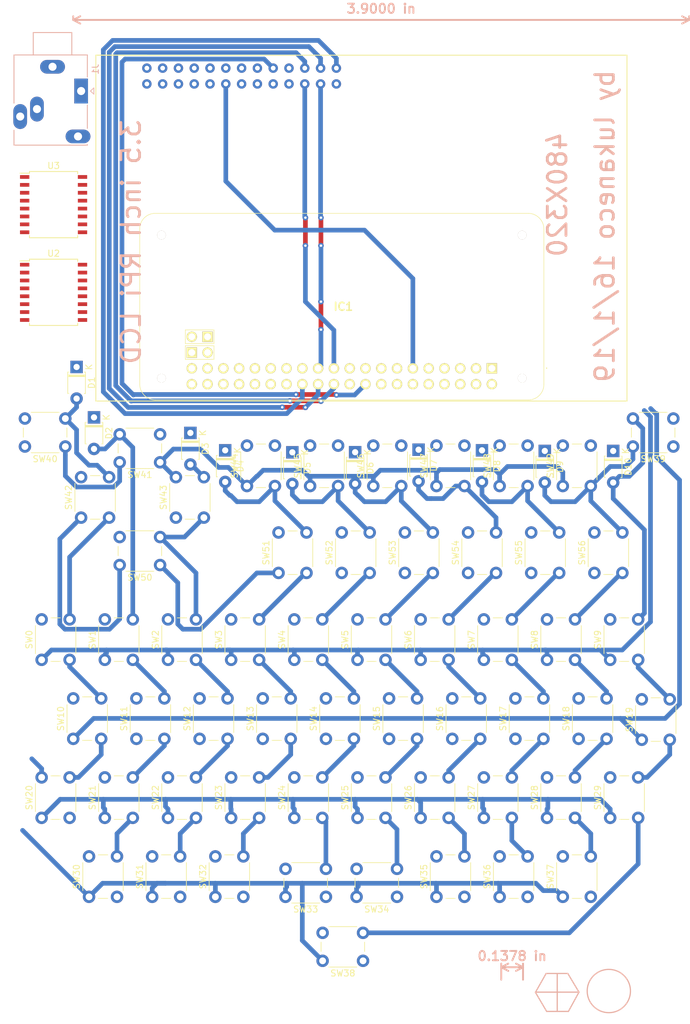
<source format=kicad_pcb>
(kicad_pcb (version 20171130) (host pcbnew "(5.0.2)-1")
  (layers (0 F.Cu signal) (31 B.Cu signal) (34 B.Paste user) (35 F.Paste user) (36 B.SilkS user) (37 F.SilkS user) (38 B.Mask user) (39 F.Mask user) (44 Edge.Cuts user))
  (net 0 "")
  (net 1 Col2)
  (net 2 Col3)
  (net 3 Col4)
  (net 4 Col5)
  (net 5 Col0)
  (net 6 Col1)
  (net 7 "Net-(DS1-Pad3)")
  (net 8 "Net-(DS1-Pad5)")
  (net 9 "Net-(DS1-Pad7)")
  (net 10 "Net-(DS1-Pad8)")
  (net 11 "Net-(DS1-Pad10)")
  (net 12 "Net-(DS1-Pad12)")
  (net 13 "Net-(DS1-Pad13)")
  (net 14 "Net-(DS1-Pad15)")
  (net 15 "Net-(DS1-Pad16)")
  (net 16 "Net-(J1-PadT)")
  (net 17 "Net-(J1-PadR)")
  (net 18 "Net-(J1-PadS)")
  (net 19 +3V3)
  (net 20 +5V)
  (net 21 GND)
  (net 22 TP_IRQ)
  (net 23 LCD_RS)
  (net 24 TP_SO)
  (net 25 RST)
  (net 26 LCD_SCK)
  (net 27 LCD_CS)
  (net 28 TP_CS)
  (net 29 Row0)
  (net 30 "Net-(D1-Pad2)")
  (net 31 "Net-(D2-Pad2)")
  (net 32 Row1)
  (net 33 Row2)
  (net 34 "Net-(D3-Pad2)")
  (net 35 "Net-(D4-Pad2)")
  (net 36 Row3)
  (net 37 Row4)
  (net 38 "Net-(D5-Pad2)")
  (net 39 Row5)
  (net 40 "Net-(D6-Pad2)")
  (net 41 "Net-(D7-Pad2)")
  (net 42 Row6)
  (net 43 "Net-(D8-Pad2)")
  (net 44 Row7)
  (net 45 Row8)
  (net 46 "Net-(D9-Pad2)")
  (net 47 "Net-(D10-Pad2)")
  (net 48 Row9)
  (net 49 "Net-(IC1-Pad7)")
  (net 50 "Net-(IC1-Pad8)")
  (net 51 "Net-(IC1-Pad10)")
  (net 52 "Net-(IC1-Pad12)")
  (net 53 "Net-(IC1-Pad13)")
  (net 54 "Net-(IC1-Pad15)")
  (net 55 "Net-(IC1-Pad16)")
  (net 56 "Net-(IC1-Pad19)")
  (net 57 "Net-(IC1-Pad27)")
  (net 58 "Net-(IC1-Pad28)")
  (net 59 "Net-(IC1-Pad29)")
  (net 60 "Net-(IC1-Pad30)")
  (net 61 "Net-(IC1-Pad31)")
  (net 62 "Net-(IC1-Pad32)")
  (net 63 "Net-(IC1-Pad33)")
  (net 64 "Net-(IC1-Pad34)")
  (net 65 "Net-(IC1-Pad35)")
  (net 66 "Net-(IC1-Pad36)")
  (net 67 "Net-(IC1-Pad37)")
  (net 68 "Net-(IC1-Pad38)")
  (net 69 "Net-(IC1-Pad39)")
  (net 70 "Net-(IC1-Pad40)")
  (net 71 "Net-(IC1-Pad41)")
  (net 72 "Net-(IC1-Pad42)")
  (net 73 "Net-(IC1-Pad43)")
  (net 74 "Net-(IC1-Pad44)")
  (net 75 SDA)
  (net 76 SDL)
  (net 77 "Net-(U2-Pad13)")
  (net 78 "Net-(U2-Pad3)")
  (net 79 "Net-(U2-Pad2)")
  (net 80 "Net-(U2-Pad1)")
  (net 81 "Net-(U3-Pad1)")
  (net 82 "Net-(U3-Pad2)")
  (net 83 "Net-(U3-Pad3)")
  (net 84 "Net-(U3-Pad13)")
  (module "pi zero:RASPBERRY_PI_ZERO_W" (layer F.Cu) (at 109.48 74.03 180)
    (fp_text reference IC1 (at 0 0 180) (layer F.SilkS) (effects (font (size 1.27 1.27) (thickness 0.254))))
    (fp_text value "Raspberry_Pi_Zero_W_(v1.3)" hide)
    (pad 1 thru_hole rect (at -23.885 -9.92 270) (size 1.665 1.665) (drill 1.11) (layers *.Cu *.Mask F.SilkS) (net 19 +3V3))
    (pad 2 thru_hole circle (at -23.885 -12.46 270) (size 1.665 1.665) (drill 1.11) (layers *.Cu *.Mask F.SilkS) (net 20 +5V))
    (pad 3 thru_hole circle (at -21.345 -9.92 270) (size 1.665 1.665) (drill 1.11) (layers *.Cu *.Mask F.SilkS) (net 75 SDA))
    (pad 4 thru_hole circle (at -21.345 -12.46 270) (size 1.665 1.665) (drill 1.11) (layers *.Cu *.Mask F.SilkS) (net 20 +5V))
    (pad 5 thru_hole circle (at -18.805 -9.92 270) (size 1.665 1.665) (drill 1.11) (layers *.Cu *.Mask F.SilkS) (net 76 SDL))
    (pad 6 thru_hole circle (at -18.805 -12.46 270) (size 1.665 1.665) (drill 1.11) (layers *.Cu *.Mask F.SilkS) (net 21 GND))
    (pad 7 thru_hole circle (at -16.265 -9.92 270) (size 1.665 1.665) (drill 1.11) (layers *.Cu *.Mask F.SilkS) (net 49 "Net-(IC1-Pad7)"))
    (pad 8 thru_hole circle (at -16.265 -12.46 270) (size 1.665 1.665) (drill 1.11) (layers *.Cu *.Mask F.SilkS) (net 50 "Net-(IC1-Pad8)"))
    (pad 9 thru_hole circle (at -13.725 -9.92 270) (size 1.665 1.665) (drill 1.11) (layers *.Cu *.Mask F.SilkS) (net 21 GND))
    (pad 10 thru_hole circle (at -13.725 -12.46 270) (size 1.665 1.665) (drill 1.11) (layers *.Cu *.Mask F.SilkS) (net 51 "Net-(IC1-Pad10)"))
    (pad 11 thru_hole circle (at -11.185 -9.92 270) (size 1.665 1.665) (drill 1.11) (layers *.Cu *.Mask F.SilkS) (net 22 TP_IRQ))
    (pad 12 thru_hole circle (at -11.185 -12.46 270) (size 1.665 1.665) (drill 1.11) (layers *.Cu *.Mask F.SilkS) (net 52 "Net-(IC1-Pad12)"))
    (pad 13 thru_hole circle (at -8.645 -9.92 270) (size 1.665 1.665) (drill 1.11) (layers *.Cu *.Mask F.SilkS) (net 53 "Net-(IC1-Pad13)"))
    (pad 14 thru_hole circle (at -8.645 -12.46 270) (size 1.665 1.665) (drill 1.11) (layers *.Cu *.Mask F.SilkS) (net 21 GND))
    (pad 15 thru_hole circle (at -6.105 -9.92 270) (size 1.665 1.665) (drill 1.11) (layers *.Cu *.Mask F.SilkS) (net 54 "Net-(IC1-Pad15)"))
    (pad 16 thru_hole circle (at -6.105 -12.46 270) (size 1.665 1.665) (drill 1.11) (layers *.Cu *.Mask F.SilkS) (net 55 "Net-(IC1-Pad16)"))
    (pad 17 thru_hole circle (at -3.565 -9.92 270) (size 1.665 1.665) (drill 1.11) (layers *.Cu *.Mask F.SilkS) (net 19 +3V3))
    (pad 18 thru_hole circle (at -3.565 -12.46 270) (size 1.665 1.665) (drill 1.11) (layers *.Cu *.Mask F.SilkS) (net 23 LCD_RS))
    (pad 19 thru_hole circle (at -1.025 -9.92 270) (size 1.665 1.665) (drill 1.11) (layers *.Cu *.Mask F.SilkS) (net 56 "Net-(IC1-Pad19)"))
    (pad 20 thru_hole circle (at -1.025 -12.46 270) (size 1.665 1.665) (drill 1.11) (layers *.Cu *.Mask F.SilkS) (net 21 GND))
    (pad 21 thru_hole circle (at 1.515 -9.92 270) (size 1.665 1.665) (drill 1.11) (layers *.Cu *.Mask F.SilkS) (net 24 TP_SO))
    (pad 22 thru_hole circle (at 1.515 -12.46 270) (size 1.665 1.665) (drill 1.11) (layers *.Cu *.Mask F.SilkS) (net 25 RST))
    (pad 23 thru_hole circle (at 4.055 -9.92 270) (size 1.665 1.665) (drill 1.11) (layers *.Cu *.Mask F.SilkS) (net 26 LCD_SCK))
    (pad 24 thru_hole circle (at 4.055 -12.46 270) (size 1.665 1.665) (drill 1.11) (layers *.Cu *.Mask F.SilkS) (net 27 LCD_CS))
    (pad 25 thru_hole circle (at 6.595 -9.92 270) (size 1.665 1.665) (drill 1.11) (layers *.Cu *.Mask F.SilkS) (net 21 GND))
    (pad 26 thru_hole circle (at 6.595 -12.46 270) (size 1.665 1.665) (drill 1.11) (layers *.Cu *.Mask F.SilkS) (net 28 TP_CS))
    (pad 27 thru_hole circle (at 9.135 -9.92 270) (size 1.665 1.665) (drill 1.11) (layers *.Cu *.Mask F.SilkS) (net 57 "Net-(IC1-Pad27)"))
    (pad 28 thru_hole circle (at 9.135 -12.46 270) (size 1.665 1.665) (drill 1.11) (layers *.Cu *.Mask F.SilkS) (net 58 "Net-(IC1-Pad28)"))
    (pad 29 thru_hole circle (at 11.675 -9.92 270) (size 1.665 1.665) (drill 1.11) (layers *.Cu *.Mask F.SilkS) (net 59 "Net-(IC1-Pad29)"))
    (pad 30 thru_hole circle (at 11.675 -12.46 270) (size 1.665 1.665) (drill 1.11) (layers *.Cu *.Mask F.SilkS) (net 60 "Net-(IC1-Pad30)"))
    (pad 31 thru_hole circle (at 14.215 -9.92 270) (size 1.665 1.665) (drill 1.11) (layers *.Cu *.Mask F.SilkS) (net 61 "Net-(IC1-Pad31)"))
    (pad 32 thru_hole circle (at 14.215 -12.46 270) (size 1.665 1.665) (drill 1.11) (layers *.Cu *.Mask F.SilkS) (net 62 "Net-(IC1-Pad32)"))
    (pad 33 thru_hole circle (at 16.755 -9.92 270) (size 1.665 1.665) (drill 1.11) (layers *.Cu *.Mask F.SilkS) (net 63 "Net-(IC1-Pad33)"))
    (pad 34 thru_hole circle (at 16.755 -12.46 270) (size 1.665 1.665) (drill 1.11) (layers *.Cu *.Mask F.SilkS) (net 64 "Net-(IC1-Pad34)"))
    (pad 35 thru_hole circle (at 19.295 -9.92 270) (size 1.665 1.665) (drill 1.11) (layers *.Cu *.Mask F.SilkS) (net 65 "Net-(IC1-Pad35)"))
    (pad 36 thru_hole circle (at 19.295 -12.46 270) (size 1.665 1.665) (drill 1.11) (layers *.Cu *.Mask F.SilkS) (net 66 "Net-(IC1-Pad36)"))
    (pad 37 thru_hole circle (at 21.835 -9.92 270) (size 1.665 1.665) (drill 1.11) (layers *.Cu *.Mask F.SilkS) (net 67 "Net-(IC1-Pad37)"))
    (pad 38 thru_hole circle (at 21.835 -12.46 270) (size 1.665 1.665) (drill 1.11) (layers *.Cu *.Mask F.SilkS) (net 68 "Net-(IC1-Pad38)"))
    (pad 39 thru_hole circle (at 24.375 -9.92 270) (size 1.665 1.665) (drill 1.11) (layers *.Cu *.Mask F.SilkS) (net 69 "Net-(IC1-Pad39)"))
    (pad 40 thru_hole circle (at 24.375 -12.46 270) (size 1.665 1.665) (drill 1.11) (layers *.Cu *.Mask F.SilkS) (net 70 "Net-(IC1-Pad40)"))
    (pad 41 thru_hole rect (at 24.375 -7.38 270) (size 1.665 1.665) (drill 1.11) (layers *.Cu *.Mask F.SilkS) (net 71 "Net-(IC1-Pad41)"))
    (pad 42 thru_hole circle (at 21.835 -7.38 270) (size 1.665 1.665) (drill 1.11) (layers *.Cu *.Mask F.SilkS) (net 72 "Net-(IC1-Pad42)"))
    (pad 43 thru_hole rect (at 21.835 -4.84 270) (size 1.665 1.665) (drill 1.11) (layers *.Cu *.Mask F.SilkS) (net 73 "Net-(IC1-Pad43)"))
    (pad 44 thru_hole circle (at 24.375 -4.84 270) (size 1.665 1.665) (drill 1.11) (layers *.Cu *.Mask F.SilkS) (net 74 "Net-(IC1-Pad44)"))
    (pad MH1 thru_hole circle (at -28.755 -11.5 270) (size 1.4 1.4) (drill 2.8) (layers *.Cu *.Mask F.SilkS))
    (pad MH2 thru_hole circle (at -28.755 11.5 270) (size 1.4 1.4) (drill 2.8) (layers *.Cu *.Mask F.SilkS))
    (pad MH3 thru_hole circle (at 29.245 11.5 270) (size 1.4 1.4) (drill 2.8) (layers *.Cu *.Mask F.SilkS))
    (pad MH4 thru_hole circle (at 29.245 -11.5 270) (size 1.4 1.4) (drill 2.8) (layers *.Cu *.Mask F.SilkS))
  )
  (module "35 display:3.5 inch RPi LCD" (layer B.Cu) (at 77.88 38.23)
    (fp_text reference DS1 hide)
    (fp_text value 3.5_Inch_RPI)
    (fp_text user "3.5 inch RPi LCD" (at -2.54 25.4 -90) (layer B.SilkS) (effects (font (size 3 3) (thickness 0.45)) (justify mirror)))
    (fp_text user 480X320 (at 66.04 17.78 -90) (layer B.SilkS) (effects (font (size 3 3) (thickness 0.45)) (justify mirror)))
    (fp_text user "by lukaneco 16/1/19" (at 73.66 22.86 -90) (layer B.SilkS) (effects (font (size 3 3) (thickness 0.45)) (justify mirror)))
    (pad 1 thru_hole circle (at 0 0) (size 1.524 1.524) (drill 0.762) (layers *.Cu *.Mask) (net 19 +3V3))
    (pad 2 thru_hole circle (at 0 -2.54) (size 1.524 1.524) (drill 0.762) (layers *.Cu *.Mask) (net 20 +5V))
    (pad 3 thru_hole circle (at 2.54 0) (size 1.524 1.524) (drill 0.762) (layers *.Cu *.Mask) (net 7 "Net-(DS1-Pad3)"))
    (pad 4 thru_hole circle (at 2.54 -2.54) (size 1.524 1.524) (drill 0.762) (layers *.Cu *.Mask) (net 20 +5V))
    (pad 5 thru_hole circle (at 5.08 0) (size 1.524 1.524) (drill 0.762) (layers *.Cu *.Mask) (net 8 "Net-(DS1-Pad5)"))
    (pad 6 thru_hole circle (at 5.08 -2.54) (size 1.524 1.524) (drill 0.762) (layers *.Cu *.Mask) (net 21 GND))
    (pad 7 thru_hole circle (at 7.62 0) (size 1.524 1.524) (drill 0.762) (layers *.Cu *.Mask) (net 9 "Net-(DS1-Pad7)"))
    (pad 8 thru_hole circle (at 7.62 -2.54) (size 1.524 1.524) (drill 0.762) (layers *.Cu *.Mask) (net 10 "Net-(DS1-Pad8)"))
    (pad 9 thru_hole circle (at 10.16 0) (size 1.524 1.524) (drill 0.762) (layers *.Cu *.Mask) (net 21 GND))
    (pad 10 thru_hole circle (at 10.16 -2.54) (size 1.524 1.524) (drill 0.762) (layers *.Cu *.Mask) (net 11 "Net-(DS1-Pad10)"))
    (pad 11 thru_hole circle (at 12.7 0) (size 1.524 1.524) (drill 0.762) (layers *.Cu *.Mask) (net 22 TP_IRQ))
    (pad 12 thru_hole circle (at 12.7 -2.54) (size 1.524 1.524) (drill 0.762) (layers *.Cu *.Mask) (net 12 "Net-(DS1-Pad12)"))
    (pad 13 thru_hole circle (at 15.24 0) (size 1.524 1.524) (drill 0.762) (layers *.Cu *.Mask) (net 13 "Net-(DS1-Pad13)"))
    (pad 14 thru_hole circle (at 15.24 -2.54) (size 1.524 1.524) (drill 0.762) (layers *.Cu *.Mask) (net 21 GND))
    (pad 15 thru_hole circle (at 17.78 0) (size 1.524 1.524) (drill 0.762) (layers *.Cu *.Mask) (net 14 "Net-(DS1-Pad15)"))
    (pad 16 thru_hole circle (at 17.78 -2.54) (size 1.524 1.524) (drill 0.762) (layers *.Cu *.Mask) (net 15 "Net-(DS1-Pad16)"))
    (pad 17 thru_hole circle (at 20.32 0) (size 1.524 1.524) (drill 0.762) (layers *.Cu *.Mask) (net 19 +3V3))
    (pad 18 thru_hole circle (at 20.32 -2.54) (size 1.524 1.524) (drill 0.762) (layers *.Cu *.Mask) (net 23 LCD_RS))
    (pad 19 thru_hole circle (at 22.86 0) (size 1.524 1.524) (drill 0.762) (layers *.Cu *.Mask))
    (pad 20 thru_hole circle (at 22.86 -2.54) (size 1.524 1.524) (drill 0.762) (layers *.Cu *.Mask) (net 21 GND))
    (pad 21 thru_hole circle (at 25.4 0) (size 1.524 1.524) (drill 0.762) (layers *.Cu *.Mask) (net 24 TP_SO))
    (pad 22 thru_hole circle (at 25.4 -2.54) (size 1.524 1.524) (drill 0.762) (layers *.Cu *.Mask) (net 25 RST))
    (pad 23 thru_hole circle (at 27.94 0) (size 1.524 1.524) (drill 0.762) (layers *.Cu *.Mask) (net 26 LCD_SCK))
    (pad 24 thru_hole circle (at 27.94 -2.54) (size 1.524 1.524) (drill 0.762) (layers *.Cu *.Mask) (net 27 LCD_CS))
    (pad 25 thru_hole circle (at 30.48 0) (size 1.524 1.524) (drill 0.762) (layers *.Cu *.Mask) (net 21 GND))
    (pad 26 thru_hole circle (at 30.48 -2.54) (size 1.524 1.524) (drill 0.762) (layers *.Cu *.Mask) (net 28 TP_CS))
  )
  (module Button_Switch_THT:SW_PUSH_6mm (layer F.Cu) (at 60.96 130.81 90)
    (fp_text reference SW0 (at 3.25 -2 90) (layer F.SilkS))
    (fp_text value SW_Push)
    (pad 2 thru_hole circle (at 0 4.5 180) (size 2 2) (drill 1.1) (layers *.Cu *.Mask) (net 30 "Net-(D1-Pad2)"))
    (pad 1 thru_hole circle (at 0 0 180) (size 2 2) (drill 1.1) (layers *.Cu *.Mask) (net 1 Col2))
    (pad 2 thru_hole circle (at 6.5 4.5 180) (size 2 2) (drill 1.1) (layers *.Cu *.Mask) (net 30 "Net-(D1-Pad2)"))
    (pad 1 thru_hole circle (at 6.5 0 180) (size 2 2) (drill 1.1) (layers *.Cu *.Mask) (net 1 Col2))
  )
  (module Button_Switch_THT:SW_PUSH_6mm (layer F.Cu) (at 71.12 130.81 90)
    (fp_text reference SW1 (at 3.25 -2 90) (layer F.SilkS))
    (fp_text value SW_Push)
    (pad 1 thru_hole circle (at 6.5 0 180) (size 2 2) (drill 1.1) (layers *.Cu *.Mask) (net 1 Col2))
    (pad 2 thru_hole circle (at 6.5 4.5 180) (size 2 2) (drill 1.1) (layers *.Cu *.Mask) (net 31 "Net-(D2-Pad2)"))
    (pad 1 thru_hole circle (at 0 0 180) (size 2 2) (drill 1.1) (layers *.Cu *.Mask) (net 1 Col2))
    (pad 2 thru_hole circle (at 0 4.5 180) (size 2 2) (drill 1.1) (layers *.Cu *.Mask) (net 31 "Net-(D2-Pad2)"))
  )
  (module Button_Switch_THT:SW_PUSH_6mm (layer F.Cu) (at 81.28 130.81 90)
    (fp_text reference SW2 (at 3.25 -2 90) (layer F.SilkS))
    (fp_text value SW_Push)
    (pad 2 thru_hole circle (at 0 4.5 180) (size 2 2) (drill 1.1) (layers *.Cu *.Mask) (net 34 "Net-(D3-Pad2)"))
    (pad 1 thru_hole circle (at 0 0 180) (size 2 2) (drill 1.1) (layers *.Cu *.Mask) (net 1 Col2))
    (pad 2 thru_hole circle (at 6.5 4.5 180) (size 2 2) (drill 1.1) (layers *.Cu *.Mask) (net 34 "Net-(D3-Pad2)"))
    (pad 1 thru_hole circle (at 6.5 0 180) (size 2 2) (drill 1.1) (layers *.Cu *.Mask) (net 1 Col2))
  )
  (module Button_Switch_THT:SW_PUSH_6mm (layer F.Cu) (at 91.44 130.81 90)
    (fp_text reference SW3 (at 3.25 -2 90) (layer F.SilkS))
    (fp_text value SW_Push)
    (pad 2 thru_hole circle (at 0 4.5 180) (size 2 2) (drill 1.1) (layers *.Cu *.Mask) (net 35 "Net-(D4-Pad2)"))
    (pad 1 thru_hole circle (at 0 0 180) (size 2 2) (drill 1.1) (layers *.Cu *.Mask) (net 1 Col2))
    (pad 2 thru_hole circle (at 6.5 4.5 180) (size 2 2) (drill 1.1) (layers *.Cu *.Mask) (net 35 "Net-(D4-Pad2)"))
    (pad 1 thru_hole circle (at 6.5 0 180) (size 2 2) (drill 1.1) (layers *.Cu *.Mask) (net 1 Col2))
  )
  (module Button_Switch_THT:SW_PUSH_6mm (layer F.Cu) (at 101.6 130.81 90)
    (fp_text reference SW4 (at 3.25 -2 90) (layer F.SilkS))
    (fp_text value SW_Push)
    (pad 1 thru_hole circle (at 6.5 0 180) (size 2 2) (drill 1.1) (layers *.Cu *.Mask) (net 1 Col2))
    (pad 2 thru_hole circle (at 6.5 4.5 180) (size 2 2) (drill 1.1) (layers *.Cu *.Mask) (net 38 "Net-(D5-Pad2)"))
    (pad 1 thru_hole circle (at 0 0 180) (size 2 2) (drill 1.1) (layers *.Cu *.Mask) (net 1 Col2))
    (pad 2 thru_hole circle (at 0 4.5 180) (size 2 2) (drill 1.1) (layers *.Cu *.Mask) (net 38 "Net-(D5-Pad2)"))
  )
  (module Button_Switch_THT:SW_PUSH_6mm (layer F.Cu) (at 111.76 130.81 90)
    (fp_text reference SW5 (at 3.25 -2 90) (layer F.SilkS))
    (fp_text value SW_Push)
    (pad 2 thru_hole circle (at 0 4.5 180) (size 2 2) (drill 1.1) (layers *.Cu *.Mask) (net 40 "Net-(D6-Pad2)"))
    (pad 1 thru_hole circle (at 0 0 180) (size 2 2) (drill 1.1) (layers *.Cu *.Mask) (net 1 Col2))
    (pad 2 thru_hole circle (at 6.5 4.5 180) (size 2 2) (drill 1.1) (layers *.Cu *.Mask) (net 40 "Net-(D6-Pad2)"))
    (pad 1 thru_hole circle (at 6.5 0 180) (size 2 2) (drill 1.1) (layers *.Cu *.Mask) (net 1 Col2))
  )
  (module Button_Switch_THT:SW_PUSH_6mm (layer F.Cu) (at 121.92 130.81 90)
    (fp_text reference SW6 (at 3.25 -2 90) (layer F.SilkS))
    (fp_text value SW_Push)
    (pad 2 thru_hole circle (at 0 4.5 180) (size 2 2) (drill 1.1) (layers *.Cu *.Mask) (net 41 "Net-(D7-Pad2)"))
    (pad 1 thru_hole circle (at 0 0 180) (size 2 2) (drill 1.1) (layers *.Cu *.Mask) (net 1 Col2))
    (pad 2 thru_hole circle (at 6.5 4.5 180) (size 2 2) (drill 1.1) (layers *.Cu *.Mask) (net 41 "Net-(D7-Pad2)"))
    (pad 1 thru_hole circle (at 6.5 0 180) (size 2 2) (drill 1.1) (layers *.Cu *.Mask) (net 1 Col2))
  )
  (module Button_Switch_THT:SW_PUSH_6mm (layer F.Cu) (at 132.08 130.81 90)
    (fp_text reference SW7 (at 3.25 -2 90) (layer F.SilkS))
    (fp_text value SW_Push)
    (pad 1 thru_hole circle (at 6.5 0 180) (size 2 2) (drill 1.1) (layers *.Cu *.Mask) (net 1 Col2))
    (pad 2 thru_hole circle (at 6.5 4.5 180) (size 2 2) (drill 1.1) (layers *.Cu *.Mask) (net 43 "Net-(D8-Pad2)"))
    (pad 1 thru_hole circle (at 0 0 180) (size 2 2) (drill 1.1) (layers *.Cu *.Mask) (net 1 Col2))
    (pad 2 thru_hole circle (at 0 4.5 180) (size 2 2) (drill 1.1) (layers *.Cu *.Mask) (net 43 "Net-(D8-Pad2)"))
  )
  (module Button_Switch_THT:SW_PUSH_6mm (layer F.Cu) (at 142.24 130.81 90)
    (fp_text reference SW8 (at 3.25 -2 90) (layer F.SilkS))
    (fp_text value SW_Push)
    (pad 1 thru_hole circle (at 6.5 0 180) (size 2 2) (drill 1.1) (layers *.Cu *.Mask) (net 1 Col2))
    (pad 2 thru_hole circle (at 6.5 4.5 180) (size 2 2) (drill 1.1) (layers *.Cu *.Mask) (net 46 "Net-(D9-Pad2)"))
    (pad 1 thru_hole circle (at 0 0 180) (size 2 2) (drill 1.1) (layers *.Cu *.Mask) (net 1 Col2))
    (pad 2 thru_hole circle (at 0 4.5 180) (size 2 2) (drill 1.1) (layers *.Cu *.Mask) (net 46 "Net-(D9-Pad2)"))
  )
  (module Button_Switch_THT:SW_PUSH_6mm (layer F.Cu) (at 152.4 130.81 90)
    (fp_text reference SW9 (at 3.25 -2 90) (layer F.SilkS))
    (fp_text value SW_Push)
    (pad 2 thru_hole circle (at 0 4.5 180) (size 2 2) (drill 1.1) (layers *.Cu *.Mask) (net 47 "Net-(D10-Pad2)"))
    (pad 1 thru_hole circle (at 0 0 180) (size 2 2) (drill 1.1) (layers *.Cu *.Mask) (net 1 Col2))
    (pad 2 thru_hole circle (at 6.5 4.5 180) (size 2 2) (drill 1.1) (layers *.Cu *.Mask) (net 47 "Net-(D10-Pad2)"))
    (pad 1 thru_hole circle (at 6.5 0 180) (size 2 2) (drill 1.1) (layers *.Cu *.Mask) (net 1 Col2))
  )
  (module Button_Switch_THT:SW_PUSH_6mm (layer F.Cu) (at 66.04 143.51 90)
    (fp_text reference SW10 (at 3.25 -2 90) (layer F.SilkS))
    (fp_text value SW_Push)
    (pad 1 thru_hole circle (at 6.5 0 180) (size 2 2) (drill 1.1) (layers *.Cu *.Mask) (net 2 Col3))
    (pad 2 thru_hole circle (at 6.5 4.5 180) (size 2 2) (drill 1.1) (layers *.Cu *.Mask) (net 30 "Net-(D1-Pad2)"))
    (pad 1 thru_hole circle (at 0 0 180) (size 2 2) (drill 1.1) (layers *.Cu *.Mask) (net 2 Col3))
    (pad 2 thru_hole circle (at 0 4.5 180) (size 2 2) (drill 1.1) (layers *.Cu *.Mask) (net 30 "Net-(D1-Pad2)"))
  )
  (module Button_Switch_THT:SW_PUSH_6mm (layer F.Cu) (at 76.2 143.51 90)
    (fp_text reference SW11 (at 3.25 -2 90) (layer F.SilkS))
    (fp_text value SW_Push)
    (pad 2 thru_hole circle (at 0 4.5 180) (size 2 2) (drill 1.1) (layers *.Cu *.Mask) (net 31 "Net-(D2-Pad2)"))
    (pad 1 thru_hole circle (at 0 0 180) (size 2 2) (drill 1.1) (layers *.Cu *.Mask) (net 2 Col3))
    (pad 2 thru_hole circle (at 6.5 4.5 180) (size 2 2) (drill 1.1) (layers *.Cu *.Mask) (net 31 "Net-(D2-Pad2)"))
    (pad 1 thru_hole circle (at 6.5 0 180) (size 2 2) (drill 1.1) (layers *.Cu *.Mask) (net 2 Col3))
  )
  (module Button_Switch_THT:SW_PUSH_6mm (layer F.Cu) (at 86.36 143.51 90)
    (fp_text reference SW12 (at 3.25 -2 90) (layer F.SilkS))
    (fp_text value SW_Push)
    (pad 1 thru_hole circle (at 6.5 0 180) (size 2 2) (drill 1.1) (layers *.Cu *.Mask) (net 2 Col3))
    (pad 2 thru_hole circle (at 6.5 4.5 180) (size 2 2) (drill 1.1) (layers *.Cu *.Mask) (net 34 "Net-(D3-Pad2)"))
    (pad 1 thru_hole circle (at 0 0 180) (size 2 2) (drill 1.1) (layers *.Cu *.Mask) (net 2 Col3))
    (pad 2 thru_hole circle (at 0 4.5 180) (size 2 2) (drill 1.1) (layers *.Cu *.Mask) (net 34 "Net-(D3-Pad2)"))
  )
  (module Button_Switch_THT:SW_PUSH_6mm (layer F.Cu) (at 96.52 143.51 90)
    (fp_text reference SW13 (at 3.25 -2 90) (layer F.SilkS))
    (fp_text value SW_Push)
    (pad 1 thru_hole circle (at 6.5 0 180) (size 2 2) (drill 1.1) (layers *.Cu *.Mask) (net 2 Col3))
    (pad 2 thru_hole circle (at 6.5 4.5 180) (size 2 2) (drill 1.1) (layers *.Cu *.Mask) (net 35 "Net-(D4-Pad2)"))
    (pad 1 thru_hole circle (at 0 0 180) (size 2 2) (drill 1.1) (layers *.Cu *.Mask) (net 2 Col3))
    (pad 2 thru_hole circle (at 0 4.5 180) (size 2 2) (drill 1.1) (layers *.Cu *.Mask) (net 35 "Net-(D4-Pad2)"))
  )
  (module Button_Switch_THT:SW_PUSH_6mm (layer F.Cu) (at 106.68 143.51 90)
    (fp_text reference SW14 (at 3.25 -2 90) (layer F.SilkS))
    (fp_text value SW_Push)
    (pad 2 thru_hole circle (at 0 4.5 180) (size 2 2) (drill 1.1) (layers *.Cu *.Mask) (net 38 "Net-(D5-Pad2)"))
    (pad 1 thru_hole circle (at 0 0 180) (size 2 2) (drill 1.1) (layers *.Cu *.Mask) (net 2 Col3))
    (pad 2 thru_hole circle (at 6.5 4.5 180) (size 2 2) (drill 1.1) (layers *.Cu *.Mask) (net 38 "Net-(D5-Pad2)"))
    (pad 1 thru_hole circle (at 6.5 0 180) (size 2 2) (drill 1.1) (layers *.Cu *.Mask) (net 2 Col3))
  )
  (module Button_Switch_THT:SW_PUSH_6mm (layer F.Cu) (at 116.84 143.51 90)
    (fp_text reference SW15 (at 3.25 -2 90) (layer F.SilkS))
    (fp_text value SW_Push)
    (pad 2 thru_hole circle (at 0 4.5 180) (size 2 2) (drill 1.1) (layers *.Cu *.Mask) (net 40 "Net-(D6-Pad2)"))
    (pad 1 thru_hole circle (at 0 0 180) (size 2 2) (drill 1.1) (layers *.Cu *.Mask) (net 2 Col3))
    (pad 2 thru_hole circle (at 6.5 4.5 180) (size 2 2) (drill 1.1) (layers *.Cu *.Mask) (net 40 "Net-(D6-Pad2)"))
    (pad 1 thru_hole circle (at 6.5 0 180) (size 2 2) (drill 1.1) (layers *.Cu *.Mask) (net 2 Col3))
  )
  (module Button_Switch_THT:SW_PUSH_6mm (layer F.Cu) (at 127 143.51 90)
    (fp_text reference SW16 (at 3.25 -2 90) (layer F.SilkS))
    (fp_text value SW_Push)
    (pad 1 thru_hole circle (at 6.5 0 180) (size 2 2) (drill 1.1) (layers *.Cu *.Mask) (net 2 Col3))
    (pad 2 thru_hole circle (at 6.5 4.5 180) (size 2 2) (drill 1.1) (layers *.Cu *.Mask) (net 41 "Net-(D7-Pad2)"))
    (pad 1 thru_hole circle (at 0 0 180) (size 2 2) (drill 1.1) (layers *.Cu *.Mask) (net 2 Col3))
    (pad 2 thru_hole circle (at 0 4.5 180) (size 2 2) (drill 1.1) (layers *.Cu *.Mask) (net 41 "Net-(D7-Pad2)"))
  )
  (module Button_Switch_THT:SW_PUSH_6mm (layer F.Cu) (at 137.16 143.51 90)
    (fp_text reference SW17 (at 3.25 -2 90) (layer F.SilkS))
    (fp_text value SW_Push)
    (pad 2 thru_hole circle (at 0 4.5 180) (size 2 2) (drill 1.1) (layers *.Cu *.Mask) (net 43 "Net-(D8-Pad2)"))
    (pad 1 thru_hole circle (at 0 0 180) (size 2 2) (drill 1.1) (layers *.Cu *.Mask) (net 2 Col3))
    (pad 2 thru_hole circle (at 6.5 4.5 180) (size 2 2) (drill 1.1) (layers *.Cu *.Mask) (net 43 "Net-(D8-Pad2)"))
    (pad 1 thru_hole circle (at 6.5 0 180) (size 2 2) (drill 1.1) (layers *.Cu *.Mask) (net 2 Col3))
  )
  (module Button_Switch_THT:SW_PUSH_6mm (layer F.Cu) (at 147.32 143.51 90)
    (fp_text reference SW18 (at 3.25 -2 90) (layer F.SilkS))
    (fp_text value SW_Push)
    (pad 1 thru_hole circle (at 6.5 0 180) (size 2 2) (drill 1.1) (layers *.Cu *.Mask) (net 2 Col3))
    (pad 2 thru_hole circle (at 6.5 4.5 180) (size 2 2) (drill 1.1) (layers *.Cu *.Mask) (net 46 "Net-(D9-Pad2)"))
    (pad 1 thru_hole circle (at 0 0 180) (size 2 2) (drill 1.1) (layers *.Cu *.Mask) (net 2 Col3))
    (pad 2 thru_hole circle (at 0 4.5 180) (size 2 2) (drill 1.1) (layers *.Cu *.Mask) (net 46 "Net-(D9-Pad2)"))
  )
  (module Button_Switch_THT:SW_PUSH_6mm (layer F.Cu) (at 157.48 143.66 90)
    (fp_text reference SW19 (at 3.25 -2 90) (layer F.SilkS))
    (fp_text value SW_Push)
    (pad 1 thru_hole circle (at 6.5 0 180) (size 2 2) (drill 1.1) (layers *.Cu *.Mask) (net 2 Col3))
    (pad 2 thru_hole circle (at 6.5 4.5 180) (size 2 2) (drill 1.1) (layers *.Cu *.Mask) (net 47 "Net-(D10-Pad2)"))
    (pad 1 thru_hole circle (at 0 0 180) (size 2 2) (drill 1.1) (layers *.Cu *.Mask) (net 2 Col3))
    (pad 2 thru_hole circle (at 0 4.5 180) (size 2 2) (drill 1.1) (layers *.Cu *.Mask) (net 47 "Net-(D10-Pad2)"))
  )
  (module Button_Switch_THT:SW_PUSH_6mm (layer F.Cu) (at 60.96 156.21 90)
    (fp_text reference SW20 (at 3.25 -2 90) (layer F.SilkS))
    (fp_text value SW_Push)
    (pad 2 thru_hole circle (at 0 4.5 180) (size 2 2) (drill 1.1) (layers *.Cu *.Mask) (net 30 "Net-(D1-Pad2)"))
    (pad 1 thru_hole circle (at 0 0 180) (size 2 2) (drill 1.1) (layers *.Cu *.Mask) (net 3 Col4))
    (pad 2 thru_hole circle (at 6.5 4.5 180) (size 2 2) (drill 1.1) (layers *.Cu *.Mask) (net 30 "Net-(D1-Pad2)"))
    (pad 1 thru_hole circle (at 6.5 0 180) (size 2 2) (drill 1.1) (layers *.Cu *.Mask) (net 3 Col4))
  )
  (module Button_Switch_THT:SW_PUSH_6mm (layer F.Cu) (at 71.12 156.21 90)
    (fp_text reference SW21 (at 3.25 -2 90) (layer F.SilkS))
    (fp_text value SW_Push)
    (pad 1 thru_hole circle (at 6.5 0 180) (size 2 2) (drill 1.1) (layers *.Cu *.Mask) (net 3 Col4))
    (pad 2 thru_hole circle (at 6.5 4.5 180) (size 2 2) (drill 1.1) (layers *.Cu *.Mask) (net 31 "Net-(D2-Pad2)"))
    (pad 1 thru_hole circle (at 0 0 180) (size 2 2) (drill 1.1) (layers *.Cu *.Mask) (net 3 Col4))
    (pad 2 thru_hole circle (at 0 4.5 180) (size 2 2) (drill 1.1) (layers *.Cu *.Mask) (net 31 "Net-(D2-Pad2)"))
  )
  (module Button_Switch_THT:SW_PUSH_6mm (layer F.Cu) (at 81.28 156.21 90)
    (fp_text reference SW22 (at 3.25 -2 90) (layer F.SilkS))
    (fp_text value SW_Push)
    (pad 2 thru_hole circle (at 0 4.5 180) (size 2 2) (drill 1.1) (layers *.Cu *.Mask) (net 34 "Net-(D3-Pad2)"))
    (pad 1 thru_hole circle (at 0 0 180) (size 2 2) (drill 1.1) (layers *.Cu *.Mask) (net 3 Col4))
    (pad 2 thru_hole circle (at 6.5 4.5 180) (size 2 2) (drill 1.1) (layers *.Cu *.Mask) (net 34 "Net-(D3-Pad2)"))
    (pad 1 thru_hole circle (at 6.5 0 180) (size 2 2) (drill 1.1) (layers *.Cu *.Mask) (net 3 Col4))
  )
  (module Button_Switch_THT:SW_PUSH_6mm (layer F.Cu) (at 91.44 156.21 90)
    (fp_text reference SW23 (at 3.25 -2 90) (layer F.SilkS))
    (fp_text value SW_Push)
    (pad 2 thru_hole circle (at 0 4.5 180) (size 2 2) (drill 1.1) (layers *.Cu *.Mask) (net 35 "Net-(D4-Pad2)"))
    (pad 1 thru_hole circle (at 0 0 180) (size 2 2) (drill 1.1) (layers *.Cu *.Mask) (net 3 Col4))
    (pad 2 thru_hole circle (at 6.5 4.5 180) (size 2 2) (drill 1.1) (layers *.Cu *.Mask) (net 35 "Net-(D4-Pad2)"))
    (pad 1 thru_hole circle (at 6.5 0 180) (size 2 2) (drill 1.1) (layers *.Cu *.Mask) (net 3 Col4))
  )
  (module Button_Switch_THT:SW_PUSH_6mm (layer F.Cu) (at 101.6 156.21 90)
    (fp_text reference SW24 (at 3.25 -2 90) (layer F.SilkS))
    (fp_text value SW_Push)
    (pad 2 thru_hole circle (at 0 4.5 180) (size 2 2) (drill 1.1) (layers *.Cu *.Mask) (net 38 "Net-(D5-Pad2)"))
    (pad 1 thru_hole circle (at 0 0 180) (size 2 2) (drill 1.1) (layers *.Cu *.Mask) (net 3 Col4))
    (pad 2 thru_hole circle (at 6.5 4.5 180) (size 2 2) (drill 1.1) (layers *.Cu *.Mask) (net 38 "Net-(D5-Pad2)"))
    (pad 1 thru_hole circle (at 6.5 0 180) (size 2 2) (drill 1.1) (layers *.Cu *.Mask) (net 3 Col4))
  )
  (module Button_Switch_THT:SW_PUSH_6mm (layer F.Cu) (at 111.76 156.21 90)
    (fp_text reference SW25 (at 3.25 -2 90) (layer F.SilkS))
    (fp_text value SW_Push)
    (pad 1 thru_hole circle (at 6.5 0 180) (size 2 2) (drill 1.1) (layers *.Cu *.Mask) (net 3 Col4))
    (pad 2 thru_hole circle (at 6.5 4.5 180) (size 2 2) (drill 1.1) (layers *.Cu *.Mask) (net 40 "Net-(D6-Pad2)"))
    (pad 1 thru_hole circle (at 0 0 180) (size 2 2) (drill 1.1) (layers *.Cu *.Mask) (net 3 Col4))
    (pad 2 thru_hole circle (at 0 4.5 180) (size 2 2) (drill 1.1) (layers *.Cu *.Mask) (net 40 "Net-(D6-Pad2)"))
  )
  (module Button_Switch_THT:SW_PUSH_6mm (layer F.Cu) (at 121.92 156.21 90)
    (fp_text reference SW26 (at 3.25 -2 90) (layer F.SilkS))
    (fp_text value SW_Push)
    (pad 2 thru_hole circle (at 0 4.5 180) (size 2 2) (drill 1.1) (layers *.Cu *.Mask) (net 41 "Net-(D7-Pad2)"))
    (pad 1 thru_hole circle (at 0 0 180) (size 2 2) (drill 1.1) (layers *.Cu *.Mask) (net 3 Col4))
    (pad 2 thru_hole circle (at 6.5 4.5 180) (size 2 2) (drill 1.1) (layers *.Cu *.Mask) (net 41 "Net-(D7-Pad2)"))
    (pad 1 thru_hole circle (at 6.5 0 180) (size 2 2) (drill 1.1) (layers *.Cu *.Mask) (net 3 Col4))
  )
  (module Button_Switch_THT:SW_PUSH_6mm (layer F.Cu) (at 132.08 156.21 90)
    (fp_text reference SW27 (at 3.25 -2 90) (layer F.SilkS))
    (fp_text value SW_Push)
    (pad 1 thru_hole circle (at 6.5 0 180) (size 2 2) (drill 1.1) (layers *.Cu *.Mask) (net 3 Col4))
    (pad 2 thru_hole circle (at 6.5 4.5 180) (size 2 2) (drill 1.1) (layers *.Cu *.Mask) (net 43 "Net-(D8-Pad2)"))
    (pad 1 thru_hole circle (at 0 0 180) (size 2 2) (drill 1.1) (layers *.Cu *.Mask) (net 3 Col4))
    (pad 2 thru_hole circle (at 0 4.5 180) (size 2 2) (drill 1.1) (layers *.Cu *.Mask) (net 43 "Net-(D8-Pad2)"))
  )
  (module Button_Switch_THT:SW_PUSH_6mm (layer F.Cu) (at 142.24 156.21 90)
    (fp_text reference SW28 (at 3.25 -2 90) (layer F.SilkS))
    (fp_text value SW_Push)
    (pad 2 thru_hole circle (at 0 4.5 180) (size 2 2) (drill 1.1) (layers *.Cu *.Mask) (net 46 "Net-(D9-Pad2)"))
    (pad 1 thru_hole circle (at 0 0 180) (size 2 2) (drill 1.1) (layers *.Cu *.Mask) (net 3 Col4))
    (pad 2 thru_hole circle (at 6.5 4.5 180) (size 2 2) (drill 1.1) (layers *.Cu *.Mask) (net 46 "Net-(D9-Pad2)"))
    (pad 1 thru_hole circle (at 6.5 0 180) (size 2 2) (drill 1.1) (layers *.Cu *.Mask) (net 3 Col4))
  )
  (module Button_Switch_THT:SW_PUSH_6mm (layer F.Cu) (at 152.4 156.21 90)
    (fp_text reference SW29 (at 3.25 -2 90) (layer F.SilkS))
    (fp_text value SW_Push)
    (pad 1 thru_hole circle (at 6.5 0 180) (size 2 2) (drill 1.1) (layers *.Cu *.Mask) (net 3 Col4))
    (pad 2 thru_hole circle (at 6.5 4.5 180) (size 2 2) (drill 1.1) (layers *.Cu *.Mask) (net 47 "Net-(D10-Pad2)"))
    (pad 1 thru_hole circle (at 0 0 180) (size 2 2) (drill 1.1) (layers *.Cu *.Mask) (net 3 Col4))
    (pad 2 thru_hole circle (at 0 4.5 180) (size 2 2) (drill 1.1) (layers *.Cu *.Mask) (net 47 "Net-(D10-Pad2)"))
  )
  (module Button_Switch_THT:SW_PUSH_6mm (layer F.Cu) (at 68.58 168.91 90)
    (fp_text reference SW30 (at 3.25 -2 90) (layer F.SilkS))
    (fp_text value SW_Push)
    (pad 1 thru_hole circle (at 6.5 0 180) (size 2 2) (drill 1.1) (layers *.Cu *.Mask) (net 4 Col5))
    (pad 2 thru_hole circle (at 6.5 4.5 180) (size 2 2) (drill 1.1) (layers *.Cu *.Mask) (net 31 "Net-(D2-Pad2)"))
    (pad 1 thru_hole circle (at 0 0 180) (size 2 2) (drill 1.1) (layers *.Cu *.Mask) (net 4 Col5))
    (pad 2 thru_hole circle (at 0 4.5 180) (size 2 2) (drill 1.1) (layers *.Cu *.Mask) (net 31 "Net-(D2-Pad2)"))
  )
  (module Button_Switch_THT:SW_PUSH_6mm (layer F.Cu) (at 78.74 168.91 90)
    (fp_text reference SW31 (at 3.25 -2 90) (layer F.SilkS))
    (fp_text value SW_Push)
    (pad 2 thru_hole circle (at 0 4.5 180) (size 2 2) (drill 1.1) (layers *.Cu *.Mask) (net 34 "Net-(D3-Pad2)"))
    (pad 1 thru_hole circle (at 0 0 180) (size 2 2) (drill 1.1) (layers *.Cu *.Mask) (net 4 Col5))
    (pad 2 thru_hole circle (at 6.5 4.5 180) (size 2 2) (drill 1.1) (layers *.Cu *.Mask) (net 34 "Net-(D3-Pad2)"))
    (pad 1 thru_hole circle (at 6.5 0 180) (size 2 2) (drill 1.1) (layers *.Cu *.Mask) (net 4 Col5))
  )
  (module Button_Switch_THT:SW_PUSH_6mm (layer F.Cu) (at 88.9 168.91 90)
    (fp_text reference SW32 (at 3.25 -2 90) (layer F.SilkS))
    (fp_text value SW_Push)
    (pad 1 thru_hole circle (at 6.5 0 180) (size 2 2) (drill 1.1) (layers *.Cu *.Mask) (net 4 Col5))
    (pad 2 thru_hole circle (at 6.5 4.5 180) (size 2 2) (drill 1.1) (layers *.Cu *.Mask) (net 35 "Net-(D4-Pad2)"))
    (pad 1 thru_hole circle (at 0 0 180) (size 2 2) (drill 1.1) (layers *.Cu *.Mask) (net 4 Col5))
    (pad 2 thru_hole circle (at 0 4.5 180) (size 2 2) (drill 1.1) (layers *.Cu *.Mask) (net 35 "Net-(D4-Pad2)"))
  )
  (module Button_Switch_THT:SW_PUSH_6mm (layer F.Cu) (at 106.68 168.91 180)
    (fp_text reference SW33 (at 3.25 -2 180) (layer F.SilkS))
    (fp_text value SW_Push)
    (pad 2 thru_hole circle (at 0 4.5 270) (size 2 2) (drill 1.1) (layers *.Cu *.Mask) (net 38 "Net-(D5-Pad2)"))
    (pad 1 thru_hole circle (at 0 0 270) (size 2 2) (drill 1.1) (layers *.Cu *.Mask) (net 4 Col5))
    (pad 2 thru_hole circle (at 6.5 4.5 270) (size 2 2) (drill 1.1) (layers *.Cu *.Mask) (net 38 "Net-(D5-Pad2)"))
    (pad 1 thru_hole circle (at 6.5 0 270) (size 2 2) (drill 1.1) (layers *.Cu *.Mask) (net 4 Col5))
  )
  (module Button_Switch_THT:SW_PUSH_6mm (layer F.Cu) (at 118.11 168.91 180)
    (fp_text reference SW34 (at 3.25 -2 180) (layer F.SilkS))
    (fp_text value SW_Push)
    (pad 2 thru_hole circle (at 0 4.5 270) (size 2 2) (drill 1.1) (layers *.Cu *.Mask) (net 40 "Net-(D6-Pad2)"))
    (pad 1 thru_hole circle (at 0 0 270) (size 2 2) (drill 1.1) (layers *.Cu *.Mask) (net 4 Col5))
    (pad 2 thru_hole circle (at 6.5 4.5 270) (size 2 2) (drill 1.1) (layers *.Cu *.Mask) (net 40 "Net-(D6-Pad2)"))
    (pad 1 thru_hole circle (at 6.5 0 270) (size 2 2) (drill 1.1) (layers *.Cu *.Mask) (net 4 Col5))
  )
  (module Button_Switch_THT:SW_PUSH_6mm (layer F.Cu) (at 124.46 168.91 90)
    (fp_text reference SW35 (at 3.25 -2 90) (layer F.SilkS))
    (fp_text value SW_Push)
    (pad 2 thru_hole circle (at 0 4.5 180) (size 2 2) (drill 1.1) (layers *.Cu *.Mask) (net 41 "Net-(D7-Pad2)"))
    (pad 1 thru_hole circle (at 0 0 180) (size 2 2) (drill 1.1) (layers *.Cu *.Mask) (net 4 Col5))
    (pad 2 thru_hole circle (at 6.5 4.5 180) (size 2 2) (drill 1.1) (layers *.Cu *.Mask) (net 41 "Net-(D7-Pad2)"))
    (pad 1 thru_hole circle (at 6.5 0 180) (size 2 2) (drill 1.1) (layers *.Cu *.Mask) (net 4 Col5))
  )
  (module Button_Switch_THT:SW_PUSH_6mm (layer F.Cu) (at 134.62 168.91 90)
    (fp_text reference SW36 (at 3.25 -2 90) (layer F.SilkS))
    (fp_text value SW_Push)
    (pad 2 thru_hole circle (at 0 4.5 180) (size 2 2) (drill 1.1) (layers *.Cu *.Mask) (net 43 "Net-(D8-Pad2)"))
    (pad 1 thru_hole circle (at 0 0 180) (size 2 2) (drill 1.1) (layers *.Cu *.Mask) (net 4 Col5))
    (pad 2 thru_hole circle (at 6.5 4.5 180) (size 2 2) (drill 1.1) (layers *.Cu *.Mask) (net 43 "Net-(D8-Pad2)"))
    (pad 1 thru_hole circle (at 6.5 0 180) (size 2 2) (drill 1.1) (layers *.Cu *.Mask) (net 4 Col5))
  )
  (module Button_Switch_THT:SW_PUSH_6mm (layer F.Cu) (at 144.78 168.91 90)
    (fp_text reference SW37 (at 3.25 -2 90) (layer F.SilkS))
    (fp_text value SW_Push)
    (pad 1 thru_hole circle (at 6.5 0 180) (size 2 2) (drill 1.1) (layers *.Cu *.Mask) (net 4 Col5))
    (pad 2 thru_hole circle (at 6.5 4.5 180) (size 2 2) (drill 1.1) (layers *.Cu *.Mask) (net 46 "Net-(D9-Pad2)"))
    (pad 1 thru_hole circle (at 0 0 180) (size 2 2) (drill 1.1) (layers *.Cu *.Mask) (net 4 Col5))
    (pad 2 thru_hole circle (at 0 4.5 180) (size 2 2) (drill 1.1) (layers *.Cu *.Mask) (net 46 "Net-(D9-Pad2)"))
  )
  (module Button_Switch_THT:SW_PUSH_6mm (layer F.Cu) (at 112.649 179.197 180)
    (fp_text reference SW38 (at 3.25 -2 180) (layer F.SilkS))
    (fp_text value SW_Push)
    (pad 2 thru_hole circle (at 0 4.5 270) (size 2 2) (drill 1.1) (layers *.Cu *.Mask) (net 47 "Net-(D10-Pad2)"))
    (pad 1 thru_hole circle (at 0 0 270) (size 2 2) (drill 1.1) (layers *.Cu *.Mask) (net 4 Col5))
    (pad 2 thru_hole circle (at 6.5 4.5 270) (size 2 2) (drill 1.1) (layers *.Cu *.Mask) (net 47 "Net-(D10-Pad2)"))
    (pad 1 thru_hole circle (at 6.5 0 270) (size 2 2) (drill 1.1) (layers *.Cu *.Mask) (net 4 Col5))
  )
  (module Button_Switch_THT:SW_PUSH_6mm (layer F.Cu) (at 162.56 96.52 180)
    (fp_text reference SW39 (at 3.25 -2 180) (layer F.SilkS))
    (fp_text value SW_Push)
    (pad 1 thru_hole circle (at 6.5 0 270) (size 2 2) (drill 1.1) (layers *.Cu *.Mask) (net 46 "Net-(D9-Pad2)"))
    (pad 2 thru_hole circle (at 6.5 4.5 270) (size 2 2) (drill 1.1) (layers *.Cu *.Mask) (net 47 "Net-(D10-Pad2)"))
    (pad 1 thru_hole circle (at 0 0 270) (size 2 2) (drill 1.1) (layers *.Cu *.Mask) (net 46 "Net-(D9-Pad2)"))
    (pad 2 thru_hole circle (at 0 4.5 270) (size 2 2) (drill 1.1) (layers *.Cu *.Mask) (net 47 "Net-(D10-Pad2)"))
  )
  (module Button_Switch_THT:SW_PUSH_6mm (layer F.Cu) (at 64.77 96.52 180)
    (fp_text reference SW40 (at 3.25 -2 180) (layer F.SilkS))
    (fp_text value SW_Push)
    (pad 1 thru_hole circle (at 6.5 0 270) (size 2 2) (drill 1.1) (layers *.Cu *.Mask) (net 5 Col0))
    (pad 2 thru_hole circle (at 6.5 4.5 270) (size 2 2) (drill 1.1) (layers *.Cu *.Mask) (net 30 "Net-(D1-Pad2)"))
    (pad 1 thru_hole circle (at 0 0 270) (size 2 2) (drill 1.1) (layers *.Cu *.Mask) (net 5 Col0))
    (pad 2 thru_hole circle (at 0 4.5 270) (size 2 2) (drill 1.1) (layers *.Cu *.Mask) (net 30 "Net-(D1-Pad2)"))
  )
  (module Button_Switch_THT:SW_PUSH_6mm (layer F.Cu) (at 80.01 99.06 180)
    (fp_text reference SW41 (at 3.25 -2 180) (layer F.SilkS))
    (fp_text value SW_Push)
    (pad 1 thru_hole circle (at 6.5 0 270) (size 2 2) (drill 1.1) (layers *.Cu *.Mask) (net 5 Col0))
    (pad 2 thru_hole circle (at 6.5 4.5 270) (size 2 2) (drill 1.1) (layers *.Cu *.Mask) (net 31 "Net-(D2-Pad2)"))
    (pad 1 thru_hole circle (at 0 0 270) (size 2 2) (drill 1.1) (layers *.Cu *.Mask) (net 5 Col0))
    (pad 2 thru_hole circle (at 0 4.5 270) (size 2 2) (drill 1.1) (layers *.Cu *.Mask) (net 31 "Net-(D2-Pad2)"))
  )
  (module Button_Switch_THT:SW_PUSH_6mm (layer F.Cu) (at 67.31 107.95 90)
    (fp_text reference SW42 (at 3.25 -2 90) (layer F.SilkS))
    (fp_text value SW_Push)
    (pad 1 thru_hole circle (at 6.5 0 180) (size 2 2) (drill 1.1) (layers *.Cu *.Mask) (net 6 Col1))
    (pad 2 thru_hole circle (at 6.5 4.5 180) (size 2 2) (drill 1.1) (layers *.Cu *.Mask) (net 30 "Net-(D1-Pad2)"))
    (pad 1 thru_hole circle (at 0 0 180) (size 2 2) (drill 1.1) (layers *.Cu *.Mask) (net 6 Col1))
    (pad 2 thru_hole circle (at 0 4.5 180) (size 2 2) (drill 1.1) (layers *.Cu *.Mask) (net 30 "Net-(D1-Pad2)"))
  )
  (module Button_Switch_THT:SW_PUSH_6mm (layer F.Cu) (at 82.55 107.95 90)
    (fp_text reference SW43 (at 3.25 -2 90) (layer F.SilkS))
    (fp_text value SW_Push)
    (pad 2 thru_hole circle (at 0 4.5 180) (size 2 2) (drill 1.1) (layers *.Cu *.Mask) (net 34 "Net-(D3-Pad2)"))
    (pad 1 thru_hole circle (at 0 0 180) (size 2 2) (drill 1.1) (layers *.Cu *.Mask) (net 5 Col0))
    (pad 2 thru_hole circle (at 6.5 4.5 180) (size 2 2) (drill 1.1) (layers *.Cu *.Mask) (net 34 "Net-(D3-Pad2)"))
    (pad 1 thru_hole circle (at 6.5 0 180) (size 2 2) (drill 1.1) (layers *.Cu *.Mask) (net 5 Col0))
  )
  (module Button_Switch_THT:SW_PUSH_6mm (layer F.Cu) (at 93.98 102.87 90)
    (fp_text reference SW44 (at 3.25 -2 90) (layer F.SilkS))
    (fp_text value SW_Push)
    (pad 1 thru_hole circle (at 6.5 0 180) (size 2 2) (drill 1.1) (layers *.Cu *.Mask) (net 5 Col0))
    (pad 2 thru_hole circle (at 6.5 4.5 180) (size 2 2) (drill 1.1) (layers *.Cu *.Mask) (net 35 "Net-(D4-Pad2)"))
    (pad 1 thru_hole circle (at 0 0 180) (size 2 2) (drill 1.1) (layers *.Cu *.Mask) (net 5 Col0))
    (pad 2 thru_hole circle (at 0 4.5 180) (size 2 2) (drill 1.1) (layers *.Cu *.Mask) (net 35 "Net-(D4-Pad2)"))
  )
  (module Button_Switch_THT:SW_PUSH_6mm (layer F.Cu) (at 104.14 102.87 90)
    (fp_text reference SW45 (at 3.25 -2 90) (layer F.SilkS))
    (fp_text value SW_Push)
    (pad 2 thru_hole circle (at 0 4.5 180) (size 2 2) (drill 1.1) (layers *.Cu *.Mask) (net 38 "Net-(D5-Pad2)"))
    (pad 1 thru_hole circle (at 0 0 180) (size 2 2) (drill 1.1) (layers *.Cu *.Mask) (net 5 Col0))
    (pad 2 thru_hole circle (at 6.5 4.5 180) (size 2 2) (drill 1.1) (layers *.Cu *.Mask) (net 38 "Net-(D5-Pad2)"))
    (pad 1 thru_hole circle (at 6.5 0 180) (size 2 2) (drill 1.1) (layers *.Cu *.Mask) (net 5 Col0))
  )
  (module Button_Switch_THT:SW_PUSH_6mm (layer F.Cu) (at 114.3 102.87 90)
    (fp_text reference SW46 (at 3.25 -2 90) (layer F.SilkS))
    (fp_text value SW_Push)
    (pad 2 thru_hole circle (at 0 4.5 180) (size 2 2) (drill 1.1) (layers *.Cu *.Mask) (net 40 "Net-(D6-Pad2)"))
    (pad 1 thru_hole circle (at 0 0 180) (size 2 2) (drill 1.1) (layers *.Cu *.Mask) (net 5 Col0))
    (pad 2 thru_hole circle (at 6.5 4.5 180) (size 2 2) (drill 1.1) (layers *.Cu *.Mask) (net 40 "Net-(D6-Pad2)"))
    (pad 1 thru_hole circle (at 6.5 0 180) (size 2 2) (drill 1.1) (layers *.Cu *.Mask) (net 5 Col0))
  )
  (module Button_Switch_THT:SW_PUSH_6mm (layer F.Cu) (at 124.46 102.87 90)
    (fp_text reference SW47 (at 3.25 -2 90) (layer F.SilkS))
    (fp_text value SW_Push)
    (pad 2 thru_hole circle (at 0 4.5 180) (size 2 2) (drill 1.1) (layers *.Cu *.Mask) (net 41 "Net-(D7-Pad2)"))
    (pad 1 thru_hole circle (at 0 0 180) (size 2 2) (drill 1.1) (layers *.Cu *.Mask) (net 5 Col0))
    (pad 2 thru_hole circle (at 6.5 4.5 180) (size 2 2) (drill 1.1) (layers *.Cu *.Mask) (net 41 "Net-(D7-Pad2)"))
    (pad 1 thru_hole circle (at 6.5 0 180) (size 2 2) (drill 1.1) (layers *.Cu *.Mask) (net 5 Col0))
  )
  (module Button_Switch_THT:SW_PUSH_6mm (layer F.Cu) (at 134.62 102.87 90)
    (fp_text reference SW48 (at 3.25 -2 90) (layer F.SilkS))
    (fp_text value SW_Push)
    (pad 2 thru_hole circle (at 0 4.5 180) (size 2 2) (drill 1.1) (layers *.Cu *.Mask) (net 43 "Net-(D8-Pad2)"))
    (pad 1 thru_hole circle (at 0 0 180) (size 2 2) (drill 1.1) (layers *.Cu *.Mask) (net 5 Col0))
    (pad 2 thru_hole circle (at 6.5 4.5 180) (size 2 2) (drill 1.1) (layers *.Cu *.Mask) (net 43 "Net-(D8-Pad2)"))
    (pad 1 thru_hole circle (at 6.5 0 180) (size 2 2) (drill 1.1) (layers *.Cu *.Mask) (net 5 Col0))
  )
  (module Button_Switch_THT:SW_PUSH_6mm (layer F.Cu) (at 144.78 102.87 90)
    (fp_text reference SW49 (at 3.25 -2 90) (layer F.SilkS))
    (fp_text value SW_Push)
    (pad 1 thru_hole circle (at 6.5 0 180) (size 2 2) (drill 1.1) (layers *.Cu *.Mask) (net 5 Col0))
    (pad 2 thru_hole circle (at 6.5 4.5 180) (size 2 2) (drill 1.1) (layers *.Cu *.Mask) (net 46 "Net-(D9-Pad2)"))
    (pad 1 thru_hole circle (at 0 0 180) (size 2 2) (drill 1.1) (layers *.Cu *.Mask) (net 5 Col0))
    (pad 2 thru_hole circle (at 0 4.5 180) (size 2 2) (drill 1.1) (layers *.Cu *.Mask) (net 46 "Net-(D9-Pad2)"))
  )
  (module Button_Switch_THT:SW_PUSH_6mm (layer F.Cu) (at 80.01 115.57 180)
    (fp_text reference SW50 (at 3.25 -2 180) (layer F.SilkS))
    (fp_text value SW_Push)
    (pad 2 thru_hole circle (at 0 4.5 270) (size 2 2) (drill 1.1) (layers *.Cu *.Mask) (net 34 "Net-(D3-Pad2)"))
    (pad 1 thru_hole circle (at 0 0 270) (size 2 2) (drill 1.1) (layers *.Cu *.Mask) (net 6 Col1))
    (pad 2 thru_hole circle (at 6.5 4.5 270) (size 2 2) (drill 1.1) (layers *.Cu *.Mask) (net 34 "Net-(D3-Pad2)"))
    (pad 1 thru_hole circle (at 6.5 0 270) (size 2 2) (drill 1.1) (layers *.Cu *.Mask) (net 6 Col1))
  )
  (module Button_Switch_THT:SW_PUSH_6mm (layer F.Cu) (at 99.06 116.84 90)
    (fp_text reference SW51 (at 3.25 -2 90) (layer F.SilkS))
    (fp_text value SW_Push)
    (pad 1 thru_hole circle (at 6.5 0 180) (size 2 2) (drill 1.1) (layers *.Cu *.Mask) (net 6 Col1))
    (pad 2 thru_hole circle (at 6.5 4.5 180) (size 2 2) (drill 1.1) (layers *.Cu *.Mask) (net 35 "Net-(D4-Pad2)"))
    (pad 1 thru_hole circle (at 0 0 180) (size 2 2) (drill 1.1) (layers *.Cu *.Mask) (net 6 Col1))
    (pad 2 thru_hole circle (at 0 4.5 180) (size 2 2) (drill 1.1) (layers *.Cu *.Mask) (net 35 "Net-(D4-Pad2)"))
  )
  (module Button_Switch_THT:SW_PUSH_6mm (layer F.Cu) (at 109.22 116.84 90)
    (fp_text reference SW52 (at 3.25 -2 90) (layer F.SilkS))
    (fp_text value SW_Push)
    (pad 1 thru_hole circle (at 6.5 0 180) (size 2 2) (drill 1.1) (layers *.Cu *.Mask) (net 6 Col1))
    (pad 2 thru_hole circle (at 6.5 4.5 180) (size 2 2) (drill 1.1) (layers *.Cu *.Mask) (net 38 "Net-(D5-Pad2)"))
    (pad 1 thru_hole circle (at 0 0 180) (size 2 2) (drill 1.1) (layers *.Cu *.Mask) (net 6 Col1))
    (pad 2 thru_hole circle (at 0 4.5 180) (size 2 2) (drill 1.1) (layers *.Cu *.Mask) (net 38 "Net-(D5-Pad2)"))
  )
  (module Button_Switch_THT:SW_PUSH_6mm (layer F.Cu) (at 119.38 116.84 90)
    (fp_text reference SW53 (at 3.25 -2 90) (layer F.SilkS))
    (fp_text value SW_Push)
    (pad 1 thru_hole circle (at 6.5 0 180) (size 2 2) (drill 1.1) (layers *.Cu *.Mask) (net 6 Col1))
    (pad 2 thru_hole circle (at 6.5 4.5 180) (size 2 2) (drill 1.1) (layers *.Cu *.Mask) (net 40 "Net-(D6-Pad2)"))
    (pad 1 thru_hole circle (at 0 0 180) (size 2 2) (drill 1.1) (layers *.Cu *.Mask) (net 6 Col1))
    (pad 2 thru_hole circle (at 0 4.5 180) (size 2 2) (drill 1.1) (layers *.Cu *.Mask) (net 40 "Net-(D6-Pad2)"))
  )
  (module Button_Switch_THT:SW_PUSH_6mm (layer F.Cu) (at 129.54 116.84 90)
    (fp_text reference SW54 (at 3.25 -2 90) (layer F.SilkS))
    (fp_text value SW_Push)
    (pad 2 thru_hole circle (at 0 4.5 180) (size 2 2) (drill 1.1) (layers *.Cu *.Mask) (net 41 "Net-(D7-Pad2)"))
    (pad 1 thru_hole circle (at 0 0 180) (size 2 2) (drill 1.1) (layers *.Cu *.Mask) (net 6 Col1))
    (pad 2 thru_hole circle (at 6.5 4.5 180) (size 2 2) (drill 1.1) (layers *.Cu *.Mask) (net 41 "Net-(D7-Pad2)"))
    (pad 1 thru_hole circle (at 6.5 0 180) (size 2 2) (drill 1.1) (layers *.Cu *.Mask) (net 6 Col1))
  )
  (module Button_Switch_THT:SW_PUSH_6mm (layer F.Cu) (at 139.7 116.84 90)
    (fp_text reference SW55 (at 3.25 -2 90) (layer F.SilkS))
    (fp_text value SW_Push)
    (pad 1 thru_hole circle (at 6.5 0 180) (size 2 2) (drill 1.1) (layers *.Cu *.Mask) (net 6 Col1))
    (pad 2 thru_hole circle (at 6.5 4.5 180) (size 2 2) (drill 1.1) (layers *.Cu *.Mask) (net 43 "Net-(D8-Pad2)"))
    (pad 1 thru_hole circle (at 0 0 180) (size 2 2) (drill 1.1) (layers *.Cu *.Mask) (net 6 Col1))
    (pad 2 thru_hole circle (at 0 4.5 180) (size 2 2) (drill 1.1) (layers *.Cu *.Mask) (net 43 "Net-(D8-Pad2)"))
  )
  (module Button_Switch_THT:SW_PUSH_6mm (layer F.Cu) (at 149.86 116.84 90)
    (fp_text reference SW56 (at 3.25 -2 90) (layer F.SilkS))
    (fp_text value SW_Push)
    (pad 1 thru_hole circle (at 6.5 0 180) (size 2 2) (drill 1.1) (layers *.Cu *.Mask) (net 6 Col1))
    (pad 2 thru_hole circle (at 6.5 4.5 180) (size 2 2) (drill 1.1) (layers *.Cu *.Mask) (net 46 "Net-(D9-Pad2)"))
    (pad 1 thru_hole circle (at 0 0 180) (size 2 2) (drill 1.1) (layers *.Cu *.Mask) (net 6 Col1))
    (pad 2 thru_hole circle (at 0 4.5 180) (size 2 2) (drill 1.1) (layers *.Cu *.Mask) (net 46 "Net-(D9-Pad2)"))
  )
  (module Connector_Audio:Jack_3.5mm_Ledino_KB3SPRS_Horizontal (layer B.Cu) (at 67.31 39.37 270)
    (fp_text reference J1 (at -3.5 -2.3 270) (layer B.SilkS) (effects (justify mirror)))
    (fp_text value AudioJack3)
    (pad T thru_hole rect (at 0 0 270) (size 4 2.2) (drill 1.3) (layers *.Cu *.Mask) (net 16 "Net-(J1-PadT)"))
    (pad TN thru_hole oval (at 7.3 0.5 180) (size 4 2.2) (drill 1.3) (layers *.Cu *.Mask))
    (pad RN thru_hole oval (at 2.9 7.1 270) (size 4 2.2) (drill 1.3) (layers *.Cu *.Mask))
    (pad R thru_hole oval (at 4.1 9.8 270) (size 4 2.2) (drill 1.3) (layers *.Cu *.Mask) (net 17 "Net-(J1-PadR)"))
    (pad S thru_hole oval (at -3.9 4.6 270) (size 2.2 4) (drill 1.3) (layers *.Cu *.Mask) (net 18 "Net-(J1-PadS)"))
  )
  (module Diode_THT:D_T-1_P5.08mm_Horizontal (layer F.Cu) (at 66.58 83.73 270)
    (fp_text reference D1 (at 2.54 -2.42 270) (layer F.SilkS))
    (fp_text value 1N4148)
    (fp_text user K (at 0 -2 270) (layer F.SilkS))
    (pad 1 thru_hole rect (at 0 0 270) (size 2 2) (drill 1) (layers *.Cu *.Mask) (net 29 Row0))
    (pad 2 thru_hole oval (at 5.08 0 270) (size 2 2) (drill 1) (layers *.Cu *.Mask) (net 30 "Net-(D1-Pad2)"))
  )
  (module Diode_THT:D_T-1_P5.08mm_Horizontal (layer F.Cu) (at 69.38 91.83 270)
    (fp_text reference D2 (at 2.54 -2.42 270) (layer F.SilkS))
    (fp_text value 1N4148)
    (fp_text user K (at 0 -2 270) (layer F.SilkS))
    (pad 2 thru_hole oval (at 5.08 0 270) (size 2 2) (drill 1) (layers *.Cu *.Mask) (net 31 "Net-(D2-Pad2)"))
    (pad 1 thru_hole rect (at 0 0 270) (size 2 2) (drill 1) (layers *.Cu *.Mask) (net 32 Row1))
  )
  (module Diode_THT:D_T-1_P5.08mm_Horizontal (layer F.Cu) (at 84.88 94.33 270)
    (fp_text reference D3 (at 2.54 -2.42 270) (layer F.SilkS))
    (fp_text value 1N4148)
    (fp_text user K (at 0 -2 270) (layer F.SilkS))
    (pad 1 thru_hole rect (at 0 0 270) (size 2 2) (drill 1) (layers *.Cu *.Mask) (net 33 Row2))
    (pad 2 thru_hole oval (at 5.08 0 270) (size 2 2) (drill 1) (layers *.Cu *.Mask) (net 34 "Net-(D3-Pad2)"))
  )
  (module Diode_THT:D_T-1_P5.08mm_Horizontal (layer F.Cu) (at 90.48 97.13 270)
    (fp_text reference D4 (at 2.54 -2.42 270) (layer F.SilkS))
    (fp_text value 1N4148)
    (fp_text user K (at 0 -2 270) (layer F.SilkS))
    (pad 2 thru_hole oval (at 5.08 0 270) (size 2 2) (drill 1) (layers *.Cu *.Mask) (net 35 "Net-(D4-Pad2)"))
    (pad 1 thru_hole rect (at 0 0 270) (size 2 2) (drill 1) (layers *.Cu *.Mask) (net 36 Row3))
  )
  (module Diode_THT:D_T-1_P5.08mm_Horizontal (layer F.Cu) (at 101.28 97.45 270)
    (fp_text reference D5 (at 2.54 -2.42 270) (layer F.SilkS))
    (fp_text value 1N4148)
    (fp_text user K (at 0 -2 270) (layer F.SilkS))
    (pad 1 thru_hole rect (at 0 0 270) (size 2 2) (drill 1) (layers *.Cu *.Mask) (net 37 Row4))
    (pad 2 thru_hole oval (at 5.08 0 270) (size 2 2) (drill 1) (layers *.Cu *.Mask) (net 38 "Net-(D5-Pad2)"))
  )
  (module Diode_THT:D_T-1_P5.08mm_Horizontal (layer F.Cu) (at 111.38 97.43 270)
    (fp_text reference D6 (at 2.54 -2.42 270) (layer F.SilkS))
    (fp_text value 1N4148)
    (fp_text user K (at 0 -2 270) (layer F.SilkS))
    (pad 2 thru_hole oval (at 5.08 0 270) (size 2 2) (drill 1) (layers *.Cu *.Mask) (net 40 "Net-(D6-Pad2)"))
    (pad 1 thru_hole rect (at 0 0 270) (size 2 2) (drill 1) (layers *.Cu *.Mask) (net 39 Row5))
  )
  (module Diode_THT:D_T-1_P5.08mm_Horizontal (layer F.Cu) (at 121.58 97.03 270)
    (fp_text reference D7 (at 2.54 -2.42 270) (layer F.SilkS))
    (fp_text value 1N4148)
    (fp_text user K (at 0 -2 270) (layer F.SilkS))
    (pad 1 thru_hole rect (at 0 0 270) (size 2 2) (drill 1) (layers *.Cu *.Mask) (net 42 Row6))
    (pad 2 thru_hole oval (at 5.08 0 270) (size 2 2) (drill 1) (layers *.Cu *.Mask) (net 41 "Net-(D7-Pad2)"))
  )
  (module Diode_THT:D_T-1_P5.08mm_Horizontal (layer F.Cu) (at 131.78 97.13 270)
    (fp_text reference D8 (at 2.54 -2.42 270) (layer F.SilkS))
    (fp_text value 1N4148)
    (fp_text user K (at 0 -2 270) (layer F.SilkS))
    (pad 2 thru_hole oval (at 5.08 0 270) (size 2 2) (drill 1) (layers *.Cu *.Mask) (net 43 "Net-(D8-Pad2)"))
    (pad 1 thru_hole rect (at 0 0 270) (size 2 2) (drill 1) (layers *.Cu *.Mask) (net 44 Row7))
  )
  (module Diode_THT:D_T-1_P5.08mm_Horizontal (layer F.Cu) (at 141.88 97.23 270)
    (fp_text reference D9 (at 2.54 -2.42 270) (layer F.SilkS))
    (fp_text value 1N4148)
    (fp_text user K (at 0 -2 270) (layer F.SilkS))
    (pad 1 thru_hole rect (at 0 0 270) (size 2 2) (drill 1) (layers *.Cu *.Mask) (net 45 Row8))
    (pad 2 thru_hole oval (at 5.08 0 270) (size 2 2) (drill 1) (layers *.Cu *.Mask) (net 46 "Net-(D9-Pad2)"))
  )
  (module Diode_THT:D_T-1_P5.08mm_Horizontal (layer F.Cu) (at 152.88 97.23 270)
    (fp_text reference D10 (at 2.54 -2.42 270) (layer F.SilkS))
    (fp_text value 1N4148)
    (fp_text user K (at 0 -2 270) (layer F.SilkS))
    (pad 2 thru_hole oval (at 5.08 0 270) (size 2 2) (drill 1) (layers *.Cu *.Mask) (net 47 "Net-(D10-Pad2)"))
    (pad 1 thru_hole rect (at 0 0 270) (size 2 2) (drill 1) (layers *.Cu *.Mask) (net 48 Row9))
  )
  (module Package_SO:SOIC-16W_7.5x10.3mm_P1.27mm (layer F.Cu) (at 62.88 71.73)
    (fp_text reference U2 (at 0 -6.25) (layer F.SilkS))
    (fp_text value PCF8574)
    (pad 16 smd rect (at 4.65 -4.445) (size 1.5 0.6) (layers F.Cu F.Paste F.Mask) (net 20 +5V))
    (pad 15 smd rect (at 4.65 -3.175) (size 1.5 0.6) (layers F.Cu F.Paste F.Mask) (net 75 SDA))
    (pad 14 smd rect (at 4.65 -1.905) (size 1.5 0.6) (layers F.Cu F.Paste F.Mask) (net 76 SDL))
    (pad 13 smd rect (at 4.65 -0.635) (size 1.5 0.6) (layers F.Cu F.Paste F.Mask) (net 77 "Net-(U2-Pad13)"))
    (pad 12 smd rect (at 4.65 0.635) (size 1.5 0.6) (layers F.Cu F.Paste F.Mask) (net 32 Row1))
    (pad 11 smd rect (at 4.65 1.905) (size 1.5 0.6) (layers F.Cu F.Paste F.Mask) (net 29 Row0))
    (pad 10 smd rect (at 4.65 3.175) (size 1.5 0.6) (layers F.Cu F.Paste F.Mask) (net 6 Col1))
    (pad 9 smd rect (at 4.65 4.445) (size 1.5 0.6) (layers F.Cu F.Paste F.Mask) (net 5 Col0))
    (pad 8 smd rect (at -4.65 4.445) (size 1.5 0.6) (layers F.Cu F.Paste F.Mask) (net 21 GND))
    (pad 7 smd rect (at -4.65 3.175) (size 1.5 0.6) (layers F.Cu F.Paste F.Mask) (net 1 Col2))
    (pad 6 smd rect (at -4.65 1.905) (size 1.5 0.6) (layers F.Cu F.Paste F.Mask) (net 2 Col3))
    (pad 5 smd rect (at -4.65 0.635) (size 1.5 0.6) (layers F.Cu F.Paste F.Mask) (net 3 Col4))
    (pad 4 smd rect (at -4.65 -0.635) (size 1.5 0.6) (layers F.Cu F.Paste F.Mask) (net 4 Col5))
    (pad 3 smd rect (at -4.65 -1.905) (size 1.5 0.6) (layers F.Cu F.Paste F.Mask) (net 78 "Net-(U2-Pad3)"))
    (pad 2 smd rect (at -4.65 -3.175) (size 1.5 0.6) (layers F.Cu F.Paste F.Mask) (net 79 "Net-(U2-Pad2)"))
    (pad 1 smd rect (at -4.65 -4.445) (size 1.5 0.6) (layers F.Cu F.Paste F.Mask) (net 80 "Net-(U2-Pad1)"))
  )
  (module Package_SO:SOIC-16W_7.5x10.3mm_P1.27mm (layer F.Cu) (at 62.88 57.63)
    (fp_text reference U3 (at 0 -6.25) (layer F.SilkS))
    (fp_text value PCF8574)
    (pad 1 smd rect (at -4.65 -4.445) (size 1.5 0.6) (layers F.Cu F.Paste F.Mask) (net 81 "Net-(U3-Pad1)"))
    (pad 2 smd rect (at -4.65 -3.175) (size 1.5 0.6) (layers F.Cu F.Paste F.Mask) (net 82 "Net-(U3-Pad2)"))
    (pad 3 smd rect (at -4.65 -1.905) (size 1.5 0.6) (layers F.Cu F.Paste F.Mask) (net 83 "Net-(U3-Pad3)"))
    (pad 4 smd rect (at -4.65 -0.635) (size 1.5 0.6) (layers F.Cu F.Paste F.Mask) (net 33 Row2))
    (pad 5 smd rect (at -4.65 0.635) (size 1.5 0.6) (layers F.Cu F.Paste F.Mask) (net 36 Row3))
    (pad 6 smd rect (at -4.65 1.905) (size 1.5 0.6) (layers F.Cu F.Paste F.Mask) (net 37 Row4))
    (pad 7 smd rect (at -4.65 3.175) (size 1.5 0.6) (layers F.Cu F.Paste F.Mask) (net 39 Row5))
    (pad 8 smd rect (at -4.65 4.445) (size 1.5 0.6) (layers F.Cu F.Paste F.Mask) (net 21 GND))
    (pad 9 smd rect (at 4.65 4.445) (size 1.5 0.6) (layers F.Cu F.Paste F.Mask) (net 42 Row6))
    (pad 10 smd rect (at 4.65 3.175) (size 1.5 0.6) (layers F.Cu F.Paste F.Mask) (net 44 Row7))
    (pad 11 smd rect (at 4.65 1.905) (size 1.5 0.6) (layers F.Cu F.Paste F.Mask) (net 45 Row8))
    (pad 12 smd rect (at 4.65 0.635) (size 1.5 0.6) (layers F.Cu F.Paste F.Mask) (net 48 Row9))
    (pad 13 smd rect (at 4.65 -0.635) (size 1.5 0.6) (layers F.Cu F.Paste F.Mask) (net 84 "Net-(U3-Pad13)"))
    (pad 14 smd rect (at 4.65 -1.905) (size 1.5 0.6) (layers F.Cu F.Paste F.Mask) (net 76 SDL))
    (pad 15 smd rect (at 4.65 -3.175) (size 1.5 0.6) (layers F.Cu F.Paste F.Mask) (net 75 SDA))
    (pad 16 smd rect (at 4.65 -4.445) (size 1.5 0.6) (layers F.Cu F.Paste F.Mask) (net 20 +5V))
  )
  (gr_line (start 142.18 187.33) (end 140.374921 184.265671) (layer B.SilkS) (width 0.2))
  (gr_line (start 140.374921 184.265671) (end 142.074921 181.265671) (layer B.SilkS) (width 0.2))
  (gr_line (start 147.38 184.23) (end 145.68 187.33) (layer B.SilkS) (width 0.2))
  (gr_line (start 145.58 181.23) (end 147.38 184.23) (layer B.SilkS) (width 0.2))
  (gr_line (start 140.38 184.23) (end 147.38 184.23) (layer B.SilkS) (width 0.2))
  (gr_line (start 142.18 187.33) (end 145.68 187.33) (layer B.SilkS) (width 0.2))
  (gr_line (start 143.88 187.23) (end 143.88 181.33) (layer B.SilkS) (width 0.2))
  (gr_circle (center 152.18 184.051495) (end 155.48 182.951495) (layer B.SilkS) (width 0.2))
  (gr_line (start 142.08 181.23) (end 145.58 181.23) (layer B.SilkS) (width 0.2))
  (dimension 3.5 (width 0.3) (layer B.SilkS) (gr_text "3,500 mm" (at 136.63 178.13) (layer B.SilkS) (effects (font (size 1.5 1.5) (thickness 0.3)))) (feature1 (pts (xy 138.38 182.23) (xy 138.38 179.643579))) (feature2 (pts (xy 134.88 182.23) (xy 134.88 179.643579))) (crossbar (pts (xy 134.88 180.23) (xy 138.38 180.23))) (arrow1a (pts (xy 138.38 180.23) (xy 137.253496 180.816421))) (arrow1b (pts (xy 138.38 180.23) (xy 137.253496 179.643579))) (arrow2a (pts (xy 134.88 180.23) (xy 136.006504 180.816421))) (arrow2b (pts (xy 134.88 180.23) (xy 136.006504 179.643579))))
  (dimension 99.06 (width 0.3) (layer B.SilkS) (gr_text "99,060 mm" (at 115.57 25.84) (layer B.SilkS) (effects (font (size 1.5 1.5) (thickness 0.3)))) (feature1 (pts (xy 66.04 27.94) (xy 66.04 27.353579))) (feature2 (pts (xy 165.1 27.94) (xy 165.1 27.353579))) (crossbar (pts (xy 165.1 27.94) (xy 66.04 27.94))) (arrow1a (pts (xy 66.04 27.94) (xy 67.166504 27.353579))) (arrow1b (pts (xy 66.04 27.94) (xy 67.166504 28.526421))) (arrow2a (pts (xy 165.1 27.94) (xy 163.973496 27.353579))) (arrow2b (pts (xy 165.1 27.94) (xy 163.973496 28.526421))))
  (segment (start 151.400001 129.810001) (end 152.4 130.81) (width 0.75) (layer B.Cu) (net 1))
  (segment (start 150.82 129.23) (end 151.400001 129.810001) (width 0.75) (layer B.Cu) (net 1))
  (segment (start 60.96 130.81) (end 62.54 129.23) (width 0.75) (layer B.Cu) (net 1))
  (segment (start 142.074213 129.23) (end 141.88 129.23) (width 0.75) (layer B.Cu) (net 1))
  (segment (start 142.24 129.395787) (end 142.074213 129.23) (width 0.75) (layer B.Cu) (net 1))
  (segment (start 142.24 130.81) (end 142.24 129.395787) (width 0.75) (layer B.Cu) (net 1))
  (segment (start 141.88 129.23) (end 150.82 129.23) (width 0.75) (layer B.Cu) (net 1))
  (segment (start 132.08 130.81) (end 132.08 130.03) (width 0.75) (layer B.Cu) (net 1))
  (segment (start 131.88 129.83) (end 131.88 129.23) (width 0.75) (layer B.Cu) (net 1))
  (segment (start 132.08 130.03) (end 131.88 129.83) (width 0.75) (layer B.Cu) (net 1))
  (segment (start 131.88 129.23) (end 141.88 129.23) (width 0.75) (layer B.Cu) (net 1))
  (segment (start 121.92 129.27) (end 121.88 129.23) (width 0.75) (layer B.Cu) (net 1))
  (segment (start 121.92 130.81) (end 121.92 129.27) (width 0.75) (layer B.Cu) (net 1))
  (segment (start 121.88 129.23) (end 131.88 129.23) (width 0.75) (layer B.Cu) (net 1))
  (segment (start 111.76 129.35) (end 111.88 129.23) (width 0.75) (layer B.Cu) (net 1))
  (segment (start 111.76 130.81) (end 111.76 129.35) (width 0.75) (layer B.Cu) (net 1))
  (segment (start 111.88 129.23) (end 121.88 129.23) (width 0.75) (layer B.Cu) (net 1))
  (segment (start 101.434213 129.23) (end 101.38 129.23) (width 0.75) (layer B.Cu) (net 1))
  (segment (start 101.6 129.395787) (end 101.434213 129.23) (width 0.75) (layer B.Cu) (net 1))
  (segment (start 101.6 130.81) (end 101.6 129.395787) (width 0.75) (layer B.Cu) (net 1))
  (segment (start 101.38 129.23) (end 111.88 129.23) (width 0.75) (layer B.Cu) (net 1))
  (segment (start 91.274213 129.23) (end 90.88 129.23) (width 0.75) (layer B.Cu) (net 1))
  (segment (start 91.44 129.395787) (end 91.274213 129.23) (width 0.75) (layer B.Cu) (net 1))
  (segment (start 91.44 130.81) (end 91.44 129.395787) (width 0.75) (layer B.Cu) (net 1))
  (segment (start 90.88 129.23) (end 101.38 129.23) (width 0.75) (layer B.Cu) (net 1))
  (segment (start 81.114213 129.23) (end 80.88 129.23) (width 0.75) (layer B.Cu) (net 1))
  (segment (start 81.28 129.395787) (end 81.114213 129.23) (width 0.75) (layer B.Cu) (net 1))
  (segment (start 81.28 130.81) (end 81.28 129.395787) (width 0.75) (layer B.Cu) (net 1))
  (segment (start 80.88 129.23) (end 90.88 129.23) (width 0.75) (layer B.Cu) (net 1))
  (segment (start 71.12 130.81) (end 71.12 129.99) (width 0.75) (layer B.Cu) (net 1))
  (segment (start 71.38 129.73) (end 71.38 129.23) (width 0.75) (layer B.Cu) (net 1))
  (segment (start 71.12 129.99) (end 71.38 129.73) (width 0.75) (layer B.Cu) (net 1))
  (segment (start 62.54 129.23) (end 71.38 129.23) (width 0.75) (layer B.Cu) (net 1))
  (segment (start 71.38 129.23) (end 80.88 129.23) (width 0.75) (layer B.Cu) (net 1))
  (segment (start 154.340993 129.23) (end 158.88 124.690993) (width 0.75) (layer B.Cu) (net 1))
  (segment (start 150.82 129.23) (end 154.311002 129.23) (width 0.75) (layer B.Cu) (net 1))
  (segment (start 157.88 90.73) (end 158.88 91.73) (width 0.75) (layer B.Cu) (net 1))
  (segment (start 158.88 124.73) (end 158.88 91.73) (width 0.75) (layer B.Cu) (net 1))
  (segment (start 156.480001 142.660001) (end 157.48 143.66) (width 0.75) (layer B.Cu) (net 2))
  (segment (start 154.05 140.23) (end 156.480001 142.660001) (width 0.75) (layer B.Cu) (net 2))
  (segment (start 69.32 140.23) (end 154.05 140.23) (width 0.75) (layer B.Cu) (net 2))
  (segment (start 66.04 143.51) (end 69.32 140.23) (width 0.75) (layer B.Cu) (net 2))
  (segment (start 161.241002 140.23) (end 163.555001 137.916001) (width 0.75) (layer B.Cu) (net 2))
  (segment (start 163.555001 137.916001) (end 163.555001 101.905001) (width 0.75) (layer B.Cu) (net 2))
  (segment (start 163.555001 101.905001) (end 159.88 98.23) (width 0.75) (layer B.Cu) (net 2))
  (segment (start 154.05 140.23) (end 161.241002 140.23) (width 0.75) (layer B.Cu) (net 2))
  (segment (start 159.723517 91.23) (end 158.905001 90.411484) (width 0.75) (layer B.Cu) (net 2))
  (segment (start 159.88 91.23) (end 159.723517 91.23) (width 0.75) (layer B.Cu) (net 2))
  (segment (start 159.88 98.23) (end 159.88 91.23) (width 0.75) (layer B.Cu) (net 2))
  (segment (start 152.4 154.795787) (end 150.834213 153.23) (width 0.75) (layer B.Cu) (net 3))
  (segment (start 152.4 156.21) (end 152.4 154.795787) (width 0.75) (layer B.Cu) (net 3))
  (segment (start 63.94 153.23) (end 60.96 156.21) (width 0.75) (layer B.Cu) (net 3))
  (segment (start 70.88 154.555787) (end 70.88 153.23) (width 0.75) (layer B.Cu) (net 3))
  (segment (start 71.12 154.795787) (end 70.88 154.555787) (width 0.75) (layer B.Cu) (net 3))
  (segment (start 71.12 156.21) (end 71.12 154.795787) (width 0.75) (layer B.Cu) (net 3))
  (segment (start 70.88 153.23) (end 63.94 153.23) (width 0.75) (layer B.Cu) (net 3))
  (segment (start 80.88 154.395787) (end 80.88 153.23) (width 0.75) (layer B.Cu) (net 3))
  (segment (start 81.28 154.795787) (end 80.88 154.395787) (width 0.75) (layer B.Cu) (net 3))
  (segment (start 81.28 156.21) (end 81.28 154.795787) (width 0.75) (layer B.Cu) (net 3))
  (segment (start 80.88 153.23) (end 70.88 153.23) (width 0.75) (layer B.Cu) (net 3))
  (segment (start 91.38 154.735787) (end 91.38 153.23) (width 0.75) (layer B.Cu) (net 3))
  (segment (start 91.44 154.795787) (end 91.38 154.735787) (width 0.75) (layer B.Cu) (net 3))
  (segment (start 91.44 156.21) (end 91.44 154.795787) (width 0.75) (layer B.Cu) (net 3))
  (segment (start 91.38 153.23) (end 80.88 153.23) (width 0.75) (layer B.Cu) (net 3))
  (segment (start 101.38 154.575787) (end 101.38 153.23) (width 0.75) (layer B.Cu) (net 3))
  (segment (start 101.6 154.795787) (end 101.38 154.575787) (width 0.75) (layer B.Cu) (net 3))
  (segment (start 101.6 156.21) (end 101.6 154.795787) (width 0.75) (layer B.Cu) (net 3))
  (segment (start 101.38 153.23) (end 91.38 153.23) (width 0.75) (layer B.Cu) (net 3))
  (segment (start 111.38 154.415787) (end 111.38 153.23) (width 0.75) (layer B.Cu) (net 3))
  (segment (start 111.76 154.795787) (end 111.38 154.415787) (width 0.75) (layer B.Cu) (net 3))
  (segment (start 111.76 156.21) (end 111.76 154.795787) (width 0.75) (layer B.Cu) (net 3))
  (segment (start 111.38 153.23) (end 101.38 153.23) (width 0.75) (layer B.Cu) (net 3))
  (segment (start 121.92 153.77) (end 121.38 153.23) (width 0.75) (layer B.Cu) (net 3))
  (segment (start 121.92 156.21) (end 121.92 153.77) (width 0.75) (layer B.Cu) (net 3))
  (segment (start 121.38 153.23) (end 111.38 153.23) (width 0.75) (layer B.Cu) (net 3))
  (segment (start 131.88 154.595787) (end 131.88 153.23) (width 0.75) (layer B.Cu) (net 3))
  (segment (start 132.08 154.795787) (end 131.88 154.595787) (width 0.75) (layer B.Cu) (net 3))
  (segment (start 132.08 156.21) (end 132.08 154.795787) (width 0.75) (layer B.Cu) (net 3))
  (segment (start 131.88 153.23) (end 121.38 153.23) (width 0.75) (layer B.Cu) (net 3))
  (segment (start 142.38 154.655787) (end 142.38 153.23) (width 0.75) (layer B.Cu) (net 3))
  (segment (start 142.24 154.795787) (end 142.38 154.655787) (width 0.75) (layer B.Cu) (net 3))
  (segment (start 142.24 156.21) (end 142.24 154.795787) (width 0.75) (layer B.Cu) (net 3))
  (segment (start 150.834213 153.23) (end 142.38 153.23) (width 0.75) (layer B.Cu) (net 3))
  (segment (start 142.38 153.23) (end 131.88 153.23) (width 0.75) (layer B.Cu) (net 3))
  (segment (start 60.96 148.295787) (end 59.38 146.715787) (width 0.75) (layer B.Cu) (net 3))
  (segment (start 60.96 149.71) (end 60.96 148.295787) (width 0.75) (layer B.Cu) (net 3))
  (segment (start 69.579999 167.910001) (end 68.58 168.91) (width 0.75) (layer B.Cu) (net 4))
  (segment (start 70.76 166.73) (end 69.579999 167.910001) (width 0.75) (layer B.Cu) (net 4))
  (segment (start 80.88 166.73) (end 70.76 166.73) (width 0.75) (layer B.Cu) (net 4))
  (segment (start 79.505787 166.73) (end 80.88 166.73) (width 0.75) (layer B.Cu) (net 4))
  (segment (start 78.74 167.495787) (end 79.505787 166.73) (width 0.75) (layer B.Cu) (net 4))
  (segment (start 78.74 168.91) (end 78.74 167.495787) (width 0.75) (layer B.Cu) (net 4))
  (segment (start 88.9 166.75) (end 88.88 166.73) (width 0.75) (layer B.Cu) (net 4))
  (segment (start 88.9 168.91) (end 88.9 166.75) (width 0.75) (layer B.Cu) (net 4))
  (segment (start 88.88 166.73) (end 80.88 166.73) (width 0.75) (layer B.Cu) (net 4))
  (segment (start 100.38 167.295787) (end 100.38 166.73) (width 0.75) (layer B.Cu) (net 4))
  (segment (start 100.18 167.495787) (end 100.38 167.295787) (width 0.75) (layer B.Cu) (net 4))
  (segment (start 100.18 168.91) (end 100.18 167.495787) (width 0.75) (layer B.Cu) (net 4))
  (segment (start 100.38 166.73) (end 88.88 166.73) (width 0.75) (layer B.Cu) (net 4))
  (segment (start 111.88 167.225787) (end 111.88 166.73) (width 0.75) (layer B.Cu) (net 4))
  (segment (start 111.61 167.495787) (end 111.88 167.225787) (width 0.75) (layer B.Cu) (net 4))
  (segment (start 111.61 168.91) (end 111.61 167.495787) (width 0.75) (layer B.Cu) (net 4))
  (segment (start 124.46 166.81) (end 124.38 166.73) (width 0.75) (layer B.Cu) (net 4))
  (segment (start 124.46 168.91) (end 124.46 166.81) (width 0.75) (layer B.Cu) (net 4))
  (segment (start 124.38 166.73) (end 111.88 166.73) (width 0.75) (layer B.Cu) (net 4))
  (segment (start 102.88 175.928) (end 102.88 166.73) (width 0.75) (layer B.Cu) (net 4))
  (segment (start 106.149 179.197) (end 102.88 175.928) (width 0.75) (layer B.Cu) (net 4))
  (segment (start 111.88 166.73) (end 102.88 166.73) (width 0.75) (layer B.Cu) (net 4))
  (segment (start 102.88 166.73) (end 100.38 166.73) (width 0.75) (layer B.Cu) (net 4))
  (segment (start 134.62 166.97) (end 134.38 166.73) (width 0.75) (layer B.Cu) (net 4))
  (segment (start 134.62 168.91) (end 134.62 166.97) (width 0.75) (layer B.Cu) (net 4))
  (segment (start 140.46 166.73) (end 134.38 166.73) (width 0.75) (layer B.Cu) (net 4))
  (segment (start 134.38 166.73) (end 124.38 166.73) (width 0.75) (layer B.Cu) (net 4))
  (segment (start 141.640001 167.910001) (end 140.46 166.73) (width 0.75) (layer B.Cu) (net 4))
  (segment (start 143.780001 167.910001) (end 141.640001 167.910001) (width 0.75) (layer B.Cu) (net 4))
  (segment (start 144.78 168.91) (end 143.780001 167.910001) (width 0.75) (layer B.Cu) (net 4))
  (segment (start 58.38 158.71) (end 68.58 168.91) (width 0.75) (layer B.Cu) (net 4))
  (segment (start 57.891002 158.221002) (end 58.38 158.71) (width 0.75) (layer B.Cu) (net 4))
  (segment (start 93.98 102.87) (end 95.555001 101.294999) (width 0.75) (layer B.Cu) (net 5))
  (segment (start 134.62 102.87) (end 134.62 101.455787) (width 0.75) (layer B.Cu) (net 5))
  (segment (start 124.46 102.87) (end 124.46 101.455787) (width 0.75) (layer B.Cu) (net 5))
  (segment (start 114.139212 101.294999) (end 113.88 101.294999) (width 0.75) (layer B.Cu) (net 5))
  (segment (start 114.3 101.455787) (end 114.139212 101.294999) (width 0.75) (layer B.Cu) (net 5))
  (segment (start 114.3 102.87) (end 114.3 101.455787) (width 0.75) (layer B.Cu) (net 5))
  (segment (start 103.979212 101.294999) (end 103.88 101.294999) (width 0.75) (layer B.Cu) (net 5))
  (segment (start 104.14 101.455787) (end 103.979212 101.294999) (width 0.75) (layer B.Cu) (net 5))
  (segment (start 104.14 102.87) (end 104.14 101.455787) (width 0.75) (layer B.Cu) (net 5))
  (segment (start 103.88 101.294999) (end 113.88 101.294999) (width 0.75) (layer B.Cu) (net 5))
  (segment (start 93.98 102.87) (end 90.984999 99.874999) (width 0.75) (layer B.Cu) (net 5))
  (segment (start 82.4 101.45) (end 80.01 99.06) (width 0.75) (layer B.Cu) (net 5))
  (segment (start 82.55 101.45) (end 82.4 101.45) (width 0.75) (layer B.Cu) (net 5))
  (segment (start 64.77 97.934213) (end 64.77 96.52) (width 0.75) (layer B.Cu) (net 5))
  (segment (start 64.77 101.241002) (end 64.77 97.934213) (width 0.75) (layer B.Cu) (net 5))
  (segment (start 66.553999 103.025001) (end 64.77 101.241002) (width 0.75) (layer B.Cu) (net 5))
  (segment (start 72.566001 103.025001) (end 66.553999 103.025001) (width 0.75) (layer B.Cu) (net 5))
  (segment (start 73.51 102.081002) (end 72.566001 103.025001) (width 0.75) (layer B.Cu) (net 5))
  (segment (start 73.51 99.06) (end 73.51 102.081002) (width 0.75) (layer B.Cu) (net 5))
  (segment (start 134.62 101.455787) (end 134.62 100.99) (width 0.75) (layer B.Cu) (net 5))
  (segment (start 134.62 100.99) (end 135.88 99.73) (width 0.75) (layer B.Cu) (net 5))
  (segment (start 135.88 99.73) (end 143.88 99.73) (width 0.75) (layer B.Cu) (net 5))
  (segment (start 144.78 100.63) (end 144.78 102.87) (width 0.75) (layer B.Cu) (net 5))
  (segment (start 143.88 99.73) (end 144.78 100.63) (width 0.75) (layer B.Cu) (net 5))
  (segment (start 90.984999 99.874999) (end 89.424999 99.874999) (width 0.75) (layer B.Cu) (net 5))
  (segment (start 89.424999 99.874999) (end 86.48 96.93) (width 0.75) (layer B.Cu) (net 5))
  (segment (start 82.14 96.93) (end 80.01 99.06) (width 0.75) (layer B.Cu) (net 5))
  (segment (start 86.48 96.93) (end 82.14 96.93) (width 0.75) (layer B.Cu) (net 5))
  (segment (start 115.425787 100.33) (end 124.265787 100.33) (width 0.75) (layer B.Cu) (net 5))
  (segment (start 114.3 101.455787) (end 115.425787 100.33) (width 0.75) (layer B.Cu) (net 5))
  (segment (start 124.965787 100.23) (end 124.565787 100.63) (width 0.75) (layer B.Cu) (net 5))
  (segment (start 133.86 100.23) (end 124.965787 100.23) (width 0.75) (layer B.Cu) (net 5))
  (segment (start 134.62 100.99) (end 133.86 100.23) (width 0.75) (layer B.Cu) (net 5))
  (segment (start 124.265787 100.33) (end 124.565787 100.63) (width 0.75) (layer B.Cu) (net 5))
  (segment (start 124.46 100.735787) (end 124.965787 100.23) (width 0.75) (layer B.Cu) (net 5))
  (segment (start 124.46 101.455787) (end 124.46 100.735787) (width 0.75) (layer B.Cu) (net 5))
  (segment (start 95.555001 101.294999) (end 95.615001 101.294999) (width 0.75) (layer B.Cu) (net 5))
  (segment (start 95.615001 101.294999) (end 96.58 100.33) (width 0.75) (layer B.Cu) (net 5))
  (segment (start 102.915001 100.33) (end 103.88 101.294999) (width 0.75) (layer B.Cu) (net 5))
  (segment (start 96.58 100.33) (end 102.915001 100.33) (width 0.75) (layer B.Cu) (net 5))
  (segment (start 81.009999 116.569999) (end 80.01 115.57) (width 0.75) (layer B.Cu) (net 6))
  (segment (start 82.855001 118.415001) (end 81.009999 116.569999) (width 0.75) (layer B.Cu) (net 6))
  (segment (start 82.855001 125.066001) (end 82.855001 118.415001) (width 0.75) (layer B.Cu) (net 6))
  (segment (start 86.536001 125.885001) (end 83.674001 125.885001) (width 0.75) (layer B.Cu) (net 6))
  (segment (start 95.581002 116.84) (end 86.536001 125.885001) (width 0.75) (layer B.Cu) (net 6))
  (segment (start 83.674001 125.885001) (end 82.855001 125.066001) (width 0.75) (layer B.Cu) (net 6))
  (segment (start 99.06 116.84) (end 95.581002 116.84) (width 0.75) (layer B.Cu) (net 6))
  (segment (start 63.884999 111.375001) (end 66.310001 108.949999) (width 0.75) (layer B.Cu) (net 6))
  (segment (start 63.884999 125.066001) (end 63.884999 111.375001) (width 0.75) (layer B.Cu) (net 6))
  (segment (start 64.703999 125.885001) (end 63.884999 125.066001) (width 0.75) (layer B.Cu) (net 6))
  (segment (start 71.876001 125.885001) (end 64.703999 125.885001) (width 0.75) (layer B.Cu) (net 6))
  (segment (start 66.310001 108.949999) (end 67.31 107.95) (width 0.75) (layer B.Cu) (net 6))
  (segment (start 73.51 124.251002) (end 71.876001 125.885001) (width 0.75) (layer B.Cu) (net 6))
  (segment (start 73.51 115.57) (end 73.51 124.251002) (width 0.75) (layer B.Cu) (net 6))
  (segment (start 118.125 86.49) (end 117.668102 86.49) (width 0.75) (layer F.Cu) (net 21))
  (segment (start 120.665 69.515) (end 120.665 83.95) (width 0.75) (layer B.Cu) (net 22))
  (segment (start 112.88 61.73) (end 120.665 69.515) (width 0.75) (layer B.Cu) (net 22))
  (segment (start 98.445 61.73) (end 112.88 61.73) (width 0.75) (layer B.Cu) (net 22))
  (segment (start 90.58 38.23) (end 90.58 53.865) (width 0.75) (layer B.Cu) (net 22))
  (segment (start 90.58 53.865) (end 98.445 61.73) (width 0.75) (layer B.Cu) (net 22))
  (segment (start 98.2 35.69) (end 96.74 34.23) (width 0.75) (layer B.Cu) (net 23))
  (segment (start 96.74 34.23) (end 74.38 34.23) (width 0.75) (layer B.Cu) (net 23))
  (segment (start 74.38 34.23) (end 73.88 34.73) (width 0.75) (layer B.Cu) (net 23))
  (segment (start 73.88 34.73) (end 73.88 85.73) (width 0.75) (layer B.Cu) (net 23))
  (segment (start 73.88 85.73) (end 73.88 86.386484) (width 0.75) (layer B.Cu) (net 23))
  (segment (start 73.88 86.386484) (end 75.723516 88.23) (width 0.75) (layer B.Cu) (net 23))
  (via (at 101.86 88.155) (size 0.9) (drill 0.4) (layers F.Cu B.Cu) (net 23))
  (segment (start 75.723516 88.23) (end 75.798516 88.155) (width 0.75) (layer B.Cu) (net 23))
  (segment (start 75.798516 88.155) (end 101.86 88.155) (width 0.75) (layer B.Cu) (net 23))
  (via (at 108.38 88.23) (size 0.9) (drill 0.4) (layers F.Cu B.Cu) (net 23))
  (segment (start 101.86 88.155) (end 108.305 88.155) (width 0.75) (layer F.Cu) (net 23))
  (segment (start 108.305 88.155) (end 108.38 88.23) (width 0.75) (layer F.Cu) (net 23))
  (segment (start 111.305 88.23) (end 113.045 86.49) (width 0.75) (layer B.Cu) (net 23))
  (segment (start 108.38 88.23) (end 111.305 88.23) (width 0.75) (layer B.Cu) (net 23))
  (via (at 103.38 59.73) (size 0.9) (drill 0.4) (layers F.Cu B.Cu) (net 24))
  (segment (start 103.28 38.23) (end 103.28 59.63) (width 0.75) (layer B.Cu) (net 24))
  (segment (start 103.28 59.63) (end 103.38 59.73) (width 0.75) (layer B.Cu) (net 24))
  (via (at 103.38 64.23) (size 0.9) (drill 0.4) (layers F.Cu B.Cu) (net 24))
  (segment (start 103.38 59.73) (end 103.38 64.23) (width 0.75) (layer F.Cu) (net 24))
  (segment (start 107.965 77.815) (end 107.965 83.95) (width 0.75) (layer B.Cu) (net 24))
  (segment (start 103.38 64.23) (end 103.38 73.23) (width 0.75) (layer B.Cu) (net 24))
  (segment (start 103.38 73.23) (end 107.965 77.815) (width 0.75) (layer B.Cu) (net 24))
  (segment (start 103.28 34.61237) (end 101.88 33.21237) (width 0.75) (layer B.Cu) (net 25))
  (segment (start 103.28 35.69) (end 103.28 34.61237) (width 0.75) (layer B.Cu) (net 25))
  (segment (start 101.88 33.21237) (end 73.084662 33.21237) (width 0.75) (layer B.Cu) (net 25))
  (segment (start 73.084662 33.21237) (end 72.88 33.417032) (width 0.75) (layer B.Cu) (net 25))
  (segment (start 72.88 33.417032) (end 72.88 86.73) (width 0.75) (layer B.Cu) (net 25))
  (segment (start 72.88 86.73) (end 75.38 89.23) (width 0.75) (layer B.Cu) (net 25))
  (via (at 100.88 89.18) (size 0.9) (drill 0.4) (layers F.Cu B.Cu) (net 25))
  (segment (start 75.38 89.23) (end 75.43 89.18) (width 0.75) (layer B.Cu) (net 25))
  (segment (start 75.43 89.18) (end 100.88 89.18) (width 0.75) (layer B.Cu) (net 25))
  (via (at 105.88 89.23) (size 0.9) (drill 0.4) (layers F.Cu B.Cu) (net 25))
  (segment (start 100.88 89.18) (end 105.83 89.18) (width 0.75) (layer F.Cu) (net 25))
  (segment (start 105.83 89.18) (end 105.88 89.23) (width 0.75) (layer F.Cu) (net 25))
  (segment (start 107.965 87.145) (end 107.965 86.49) (width 0.75) (layer B.Cu) (net 25))
  (segment (start 105.88 89.23) (end 107.965 87.145) (width 0.75) (layer B.Cu) (net 25))
  (via (at 105.88 59.73) (size 0.9) (drill 0.4) (layers F.Cu B.Cu) (net 26))
  (segment (start 105.82 38.23) (end 105.82 59.67) (width 0.75) (layer B.Cu) (net 26))
  (segment (start 105.82 59.67) (end 105.88 59.73) (width 0.75) (layer B.Cu) (net 26))
  (via (at 105.88 64.23) (size 0.9) (drill 0.4) (layers F.Cu B.Cu) (net 26))
  (segment (start 105.88 59.73) (end 105.88 64.23) (width 0.75) (layer F.Cu) (net 26))
  (via (at 105.88 73.23) (size 0.9) (drill 0.4) (layers F.Cu B.Cu) (net 26))
  (segment (start 105.88 64.23) (end 105.88 73.23) (width 0.75) (layer B.Cu) (net 26))
  (via (at 105.88 77.73) (size 0.9) (drill 0.4) (layers F.Cu B.Cu) (net 26))
  (segment (start 105.88 73.23) (end 105.88 77.73) (width 0.75) (layer F.Cu) (net 26))
  (segment (start 105.88 83.495) (end 105.425 83.95) (width 0.75) (layer B.Cu) (net 26))
  (segment (start 105.88 77.73) (end 105.88 83.495) (width 0.75) (layer B.Cu) (net 26))
  (via (at 99.655215 90.205) (size 0.9) (drill 0.4) (layers F.Cu B.Cu) (net 27))
  (via (at 103.38 90.23) (size 0.9) (drill 0.4) (layers F.Cu B.Cu) (net 27))
  (segment (start 99.655215 90.205) (end 103.355 90.205) (width 0.75) (layer F.Cu) (net 27))
  (segment (start 103.355 90.205) (end 103.38 90.23) (width 0.75) (layer F.Cu) (net 27))
  (segment (start 105.425 88.185) (end 105.425 86.49) (width 0.75) (layer B.Cu) (net 27))
  (segment (start 103.38 90.23) (end 105.425 88.185) (width 0.75) (layer B.Cu) (net 27))
  (segment (start 99.630215 90.23) (end 99.655215 90.205) (width 0.75) (layer B.Cu) (net 27))
  (segment (start 74.88 90.23) (end 99.630215 90.23) (width 0.75) (layer B.Cu) (net 27))
  (segment (start 105.82 34.11237) (end 103.93763 32.23) (width 0.75) (layer B.Cu) (net 27))
  (segment (start 105.82 35.69) (end 105.82 34.11237) (width 0.75) (layer B.Cu) (net 27))
  (segment (start 103.93763 32.23) (end 72.723516 32.23) (width 0.75) (layer B.Cu) (net 27))
  (segment (start 72.723516 32.23) (end 71.83001 33.123506) (width 0.75) (layer B.Cu) (net 27))
  (segment (start 71.83001 33.123506) (end 71.83001 87.18001) (width 0.75) (layer B.Cu) (net 27))
  (segment (start 71.83001 87.18001) (end 74.88 90.23) (width 0.75) (layer B.Cu) (net 27))
  (segment (start 102.885 88.725) (end 102.885 86.49) (width 0.75) (layer B.Cu) (net 28))
  (segment (start 100.38 91.23) (end 102.885 88.725) (width 0.75) (layer B.Cu) (net 28))
  (segment (start 74.38 91.23) (end 100.38 91.23) (width 0.75) (layer B.Cu) (net 28))
  (segment (start 108.36 34.11237) (end 105.47763 31.23) (width 0.75) (layer B.Cu) (net 28))
  (segment (start 108.36 35.69) (end 108.36 34.11237) (width 0.75) (layer B.Cu) (net 28))
  (segment (start 72.38 31.23) (end 70.88 32.73) (width 0.75) (layer B.Cu) (net 28))
  (segment (start 105.47763 31.23) (end 72.38 31.23) (width 0.75) (layer B.Cu) (net 28))
  (segment (start 70.88 32.73) (end 70.88 87.73) (width 0.75) (layer B.Cu) (net 28))
  (segment (start 70.88 87.73) (end 74.38 91.23) (width 0.75) (layer B.Cu) (net 28))
  (segment (start 70.54 144.924213) (end 70.54 143.51) (width 0.75) (layer B.Cu) (net 30))
  (segment (start 70.54 146.044213) (end 70.54 144.924213) (width 0.75) (layer B.Cu) (net 30))
  (segment (start 66.874213 149.71) (end 70.54 146.044213) (width 0.75) (layer B.Cu) (net 30))
  (segment (start 65.46 149.71) (end 66.874213 149.71) (width 0.75) (layer B.Cu) (net 30))
  (segment (start 65.46 131.93) (end 65.46 130.81) (width 0.75) (layer B.Cu) (net 30))
  (segment (start 70.54 137.01) (end 65.46 131.93) (width 0.75) (layer B.Cu) (net 30))
  (segment (start 65.46 114.3) (end 71.81 107.95) (width 0.75) (layer B.Cu) (net 30))
  (segment (start 65.46 124.31) (end 65.46 114.3) (width 0.75) (layer B.Cu) (net 30))
  (segment (start 70.810001 100.450001) (end 71.81 101.45) (width 0.75) (layer B.Cu) (net 30))
  (segment (start 69.89 99.53) (end 70.810001 100.450001) (width 0.75) (layer B.Cu) (net 30))
  (segment (start 68.58 99.53) (end 69.89 99.53) (width 0.75) (layer B.Cu) (net 30))
  (segment (start 66.58 97.53) (end 68.58 99.53) (width 0.75) (layer B.Cu) (net 30))
  (segment (start 64.77 92.02) (end 66.58 93.83) (width 0.75) (layer B.Cu) (net 30))
  (segment (start 66.58 93.83) (end 66.58 97.53) (width 0.75) (layer B.Cu) (net 30))
  (segment (start 66.58 90.21) (end 64.77 92.02) (width 0.75) (layer B.Cu) (net 30))
  (segment (start 66.58 88.81) (end 66.58 90.21) (width 0.75) (layer B.Cu) (net 30))
  (segment (start 73.08 158.75) (end 75.62 156.21) (width 0.75) (layer B.Cu) (net 31))
  (segment (start 73.08 162.41) (end 73.08 158.75) (width 0.75) (layer B.Cu) (net 31))
  (segment (start 80.7 144.63) (end 80.7 143.51) (width 0.75) (layer B.Cu) (net 31))
  (segment (start 75.62 149.71) (end 80.7 144.63) (width 0.75) (layer B.Cu) (net 31))
  (segment (start 80.7 135.89) (end 80.7 137.01) (width 0.75) (layer B.Cu) (net 31))
  (segment (start 75.62 130.81) (end 80.7 135.89) (width 0.75) (layer B.Cu) (net 31))
  (segment (start 75.62 96.67) (end 73.51 94.56) (width 0.75) (layer B.Cu) (net 31))
  (segment (start 75.62 124.31) (end 75.62 96.67) (width 0.75) (layer B.Cu) (net 31))
  (segment (start 71.16 96.91) (end 73.51 94.56) (width 0.75) (layer B.Cu) (net 31))
  (segment (start 69.38 96.91) (end 71.16 96.91) (width 0.75) (layer B.Cu) (net 31))
  (segment (start 83.24 158.75) (end 85.78 156.21) (width 0.75) (layer B.Cu) (net 34))
  (segment (start 83.24 162.41) (end 83.24 158.75) (width 0.75) (layer B.Cu) (net 34))
  (segment (start 90.86 144.63) (end 90.86 143.51) (width 0.75) (layer B.Cu) (net 34))
  (segment (start 85.78 149.71) (end 90.86 144.63) (width 0.75) (layer B.Cu) (net 34))
  (segment (start 90.86 135.89) (end 90.86 137.01) (width 0.75) (layer B.Cu) (net 34))
  (segment (start 85.78 130.81) (end 90.86 135.89) (width 0.75) (layer B.Cu) (net 34))
  (segment (start 85.78 116.84) (end 80.01 111.07) (width 0.75) (layer B.Cu) (net 34))
  (segment (start 85.78 124.31) (end 85.78 116.84) (width 0.75) (layer B.Cu) (net 34))
  (segment (start 83.93 111.07) (end 80.01 111.07) (width 0.75) (layer B.Cu) (net 34))
  (segment (start 87.05 107.95) (end 83.93 111.07) (width 0.75) (layer B.Cu) (net 34))
  (segment (start 85.01 99.41) (end 87.05 101.45) (width 0.75) (layer B.Cu) (net 34))
  (segment (start 84.88 99.41) (end 85.01 99.41) (width 0.75) (layer B.Cu) (net 34))
  (segment (start 93.4 158.75) (end 95.94 156.21) (width 0.75) (layer B.Cu) (net 35))
  (segment (start 93.4 162.41) (end 93.4 158.75) (width 0.75) (layer B.Cu) (net 35))
  (segment (start 101.02 144.924213) (end 101.02 143.51) (width 0.75) (layer B.Cu) (net 35))
  (segment (start 101.02 146.044213) (end 101.02 144.924213) (width 0.75) (layer B.Cu) (net 35))
  (segment (start 97.354213 149.71) (end 101.02 146.044213) (width 0.75) (layer B.Cu) (net 35))
  (segment (start 95.94 149.71) (end 97.354213 149.71) (width 0.75) (layer B.Cu) (net 35))
  (segment (start 101.02 135.89) (end 101.02 137.01) (width 0.75) (layer B.Cu) (net 35))
  (segment (start 95.94 130.81) (end 101.02 135.89) (width 0.75) (layer B.Cu) (net 35))
  (segment (start 103.41 116.84) (end 103.56 116.84) (width 0.75) (layer B.Cu) (net 35))
  (segment (start 95.94 124.31) (end 103.41 116.84) (width 0.75) (layer B.Cu) (net 35))
  (segment (start 98.48 105.26) (end 103.56 110.34) (width 0.75) (layer B.Cu) (net 35))
  (segment (start 98.48 102.87) (end 98.48 105.26) (width 0.75) (layer B.Cu) (net 35))
  (segment (start 92.379999 105.389999) (end 91.38 104.39) (width 0.75) (layer B.Cu) (net 35))
  (segment (start 95.960001 105.389999) (end 92.379999 105.389999) (width 0.75) (layer B.Cu) (net 35))
  (segment (start 98.48 102.87) (end 95.960001 105.389999) (width 0.75) (layer B.Cu) (net 35))
  (segment (start 91.245787 104.39) (end 91.38 104.39) (width 0.75) (layer B.Cu) (net 35))
  (segment (start 90.48 103.624213) (end 91.245787 104.39) (width 0.75) (layer B.Cu) (net 35))
  (segment (start 90.48 102.21) (end 90.48 103.624213) (width 0.75) (layer B.Cu) (net 35))
  (segment (start 106.68 156.79) (end 106.1 156.21) (width 0.75) (layer B.Cu) (net 38))
  (segment (start 106.68 164.41) (end 106.68 156.79) (width 0.75) (layer B.Cu) (net 38))
  (segment (start 111.18 144.63) (end 111.18 143.51) (width 0.75) (layer B.Cu) (net 38))
  (segment (start 106.1 149.71) (end 111.18 144.63) (width 0.75) (layer B.Cu) (net 38))
  (segment (start 111.18 135.89) (end 111.18 137.01) (width 0.75) (layer B.Cu) (net 38))
  (segment (start 106.1 130.81) (end 111.18 135.89) (width 0.75) (layer B.Cu) (net 38))
  (segment (start 113.57 116.84) (end 113.72 116.84) (width 0.75) (layer B.Cu) (net 38))
  (segment (start 106.1 124.31) (end 113.57 116.84) (width 0.75) (layer B.Cu) (net 38))
  (segment (start 108.64 105.26) (end 113.72 110.34) (width 0.75) (layer B.Cu) (net 38))
  (segment (start 108.64 102.87) (end 108.64 105.26) (width 0.75) (layer B.Cu) (net 38))
  (segment (start 106.120001 105.389999) (end 108.64 102.87) (width 0.75) (layer B.Cu) (net 38))
  (segment (start 102.379999 105.389999) (end 106.120001 105.389999) (width 0.75) (layer B.Cu) (net 38))
  (segment (start 101.28 102.53) (end 101.28 104.29) (width 0.75) (layer B.Cu) (net 38))
  (segment (start 101.28 104.29) (end 102.379999 105.389999) (width 0.75) (layer B.Cu) (net 38))
  (segment (start 118.11 158.06) (end 116.26 156.21) (width 0.75) (layer B.Cu) (net 40))
  (segment (start 118.11 164.41) (end 118.11 158.06) (width 0.75) (layer B.Cu) (net 40))
  (segment (start 121.34 144.63) (end 121.34 143.51) (width 0.75) (layer B.Cu) (net 40))
  (segment (start 116.26 149.71) (end 121.34 144.63) (width 0.75) (layer B.Cu) (net 40))
  (segment (start 121.34 135.89) (end 121.34 137.01) (width 0.75) (layer B.Cu) (net 40))
  (segment (start 116.26 130.81) (end 121.34 135.89) (width 0.75) (layer B.Cu) (net 40))
  (segment (start 123.73 116.84) (end 123.88 116.84) (width 0.75) (layer B.Cu) (net 40))
  (segment (start 116.26 124.31) (end 123.73 116.84) (width 0.75) (layer B.Cu) (net 40))
  (segment (start 112.879999 105.389999) (end 111.88 104.39) (width 0.75) (layer B.Cu) (net 40))
  (segment (start 116.280001 105.389999) (end 112.879999 105.389999) (width 0.75) (layer B.Cu) (net 40))
  (segment (start 118.8 102.87) (end 116.280001 105.389999) (width 0.75) (layer B.Cu) (net 40))
  (segment (start 118.8 105.26) (end 123.88 110.34) (width 0.75) (layer B.Cu) (net 40))
  (segment (start 118.8 102.87) (end 118.8 105.26) (width 0.75) (layer B.Cu) (net 40))
  (segment (start 111.845787 104.39) (end 111.88 104.39) (width 0.75) (layer B.Cu) (net 40))
  (segment (start 111.38 103.924213) (end 111.845787 104.39) (width 0.75) (layer B.Cu) (net 40))
  (segment (start 111.38 102.51) (end 111.38 103.924213) (width 0.75) (layer B.Cu) (net 40))
  (segment (start 126.42 148.59) (end 126.42 149.71) (width 0.75) (layer B.Cu) (net 41))
  (segment (start 131.5 143.51) (end 126.42 148.59) (width 0.75) (layer B.Cu) (net 41))
  (segment (start 128.96 158.75) (end 126.42 156.21) (width 0.75) (layer B.Cu) (net 41))
  (segment (start 128.96 162.41) (end 128.96 158.75) (width 0.75) (layer B.Cu) (net 41))
  (segment (start 126.42 131.93) (end 126.42 130.81) (width 0.75) (layer B.Cu) (net 41))
  (segment (start 131.5 137.01) (end 126.42 131.93) (width 0.75) (layer B.Cu) (net 41))
  (segment (start 133.89 116.84) (end 134.04 116.84) (width 0.75) (layer B.Cu) (net 41))
  (segment (start 126.42 124.31) (end 133.89 116.84) (width 0.75) (layer B.Cu) (net 41))
  (segment (start 134.04 107.95) (end 128.96 102.87) (width 0.75) (layer B.Cu) (net 41))
  (segment (start 134.04 110.34) (end 134.04 107.95) (width 0.75) (layer B.Cu) (net 41))
  (segment (start 127.545787 102.87) (end 125.525787 104.89) (width 0.75) (layer B.Cu) (net 41))
  (segment (start 128.96 102.87) (end 127.545787 102.87) (width 0.75) (layer B.Cu) (net 41))
  (segment (start 122.945787 104.89) (end 123.68 104.89) (width 0.75) (layer B.Cu) (net 41))
  (segment (start 121.58 103.524213) (end 122.945787 104.89) (width 0.75) (layer B.Cu) (net 41))
  (segment (start 121.58 102.11) (end 121.58 103.524213) (width 0.75) (layer B.Cu) (net 41))
  (segment (start 125.525787 104.89) (end 123.68 104.89) (width 0.75) (layer B.Cu) (net 41))
  (segment (start 123.68 104.89) (end 123.294213 104.89) (width 0.75) (layer B.Cu) (net 41))
  (segment (start 136.58 148.59) (end 136.58 149.71) (width 0.75) (layer B.Cu) (net 43))
  (segment (start 141.66 143.51) (end 136.58 148.59) (width 0.75) (layer B.Cu) (net 43))
  (segment (start 136.58 159.87) (end 139.12 162.41) (width 0.75) (layer B.Cu) (net 43))
  (segment (start 136.58 156.21) (end 136.58 159.87) (width 0.75) (layer B.Cu) (net 43))
  (segment (start 141.66 135.89) (end 141.66 137.01) (width 0.75) (layer B.Cu) (net 43))
  (segment (start 136.58 130.81) (end 141.66 135.89) (width 0.75) (layer B.Cu) (net 43))
  (segment (start 144.05 116.84) (end 144.2 116.84) (width 0.75) (layer B.Cu) (net 43))
  (segment (start 136.58 124.31) (end 144.05 116.84) (width 0.75) (layer B.Cu) (net 43))
  (segment (start 139.12 105.26) (end 139.12 102.87) (width 0.75) (layer B.Cu) (net 43))
  (segment (start 144.2 110.34) (end 139.12 105.26) (width 0.75) (layer B.Cu) (net 43))
  (segment (start 136.600001 105.389999) (end 139.12 102.87) (width 0.75) (layer B.Cu) (net 43))
  (segment (start 132.879999 105.389999) (end 136.600001 105.389999) (width 0.75) (layer B.Cu) (net 43))
  (segment (start 131.78 102.21) (end 131.78 104.29) (width 0.75) (layer B.Cu) (net 43))
  (segment (start 131.78 104.29) (end 132.879999 105.389999) (width 0.75) (layer B.Cu) (net 43))
  (segment (start 149.28 158.75) (end 146.74 156.21) (width 0.75) (layer B.Cu) (net 46))
  (segment (start 149.28 162.41) (end 149.28 158.75) (width 0.75) (layer B.Cu) (net 46))
  (segment (start 151.82 135.89) (end 151.82 137.01) (width 0.75) (layer B.Cu) (net 46))
  (segment (start 146.74 130.81) (end 151.82 135.89) (width 0.75) (layer B.Cu) (net 46))
  (segment (start 146.74 148.59) (end 146.74 149.71) (width 0.75) (layer B.Cu) (net 46))
  (segment (start 151.82 143.51) (end 146.74 148.59) (width 0.75) (layer B.Cu) (net 46))
  (segment (start 154.21 116.84) (end 154.36 116.84) (width 0.75) (layer B.Cu) (net 46))
  (segment (start 146.74 124.31) (end 154.21 116.84) (width 0.75) (layer B.Cu) (net 46))
  (segment (start 149.71 102.87) (end 149.28 102.87) (width 0.75) (layer B.Cu) (net 46))
  (segment (start 142.879999 105.389999) (end 141.88 104.39) (width 0.75) (layer B.Cu) (net 46))
  (segment (start 146.760001 105.389999) (end 142.879999 105.389999) (width 0.75) (layer B.Cu) (net 46))
  (segment (start 149.28 102.87) (end 146.760001 105.389999) (width 0.75) (layer B.Cu) (net 46))
  (segment (start 156.06 96.52) (end 156.06 98.55) (width 0.75) (layer B.Cu) (net 46))
  (segment (start 156.06 98.55) (end 154.88 99.73) (width 0.75) (layer B.Cu) (net 46))
  (segment (start 152.42 99.73) (end 149.28 102.87) (width 0.75) (layer B.Cu) (net 46))
  (segment (start 154.88 99.73) (end 152.42 99.73) (width 0.75) (layer B.Cu) (net 46))
  (segment (start 149.28 105.26) (end 149.28 102.87) (width 0.75) (layer B.Cu) (net 46))
  (segment (start 154.36 110.34) (end 149.28 105.26) (width 0.75) (layer B.Cu) (net 46))
  (segment (start 141.88 102.31) (end 141.88 104.39) (width 0.75) (layer B.Cu) (net 46))
  (segment (start 156.9 157.624213) (end 156.9 156.21) (width 0.75) (layer B.Cu) (net 47))
  (segment (start 156.9 163.621002) (end 156.9 157.624213) (width 0.75) (layer B.Cu) (net 47))
  (segment (start 145.824002 174.697) (end 156.9 163.621002) (width 0.75) (layer B.Cu) (net 47))
  (segment (start 112.649 174.697) (end 145.824002 174.697) (width 0.75) (layer B.Cu) (net 47))
  (segment (start 161.98 145.074213) (end 161.98 143.66) (width 0.75) (layer B.Cu) (net 47))
  (segment (start 161.98 146.044213) (end 161.98 145.074213) (width 0.75) (layer B.Cu) (net 47))
  (segment (start 158.314213 149.71) (end 161.98 146.044213) (width 0.75) (layer B.Cu) (net 47))
  (segment (start 156.9 149.71) (end 158.314213 149.71) (width 0.75) (layer B.Cu) (net 47))
  (segment (start 156.9 132.08) (end 156.9 130.81) (width 0.75) (layer B.Cu) (net 47))
  (segment (start 161.98 137.16) (end 156.9 132.08) (width 0.75) (layer B.Cu) (net 47))
  (segment (start 157.899999 123.310001) (end 157.899999 109.909999) (width 0.75) (layer B.Cu) (net 47))
  (segment (start 156.9 124.31) (end 157.899999 123.310001) (width 0.75) (layer B.Cu) (net 47))
  (segment (start 157.635001 93.595001) (end 157.635001 99.134999) (width 0.75) (layer B.Cu) (net 47))
  (segment (start 156.06 92.02) (end 157.635001 93.595001) (width 0.75) (layer B.Cu) (net 47))
  (segment (start 152.88 104.89) (end 157.899999 109.909999) (width 0.75) (layer B.Cu) (net 47))
  (segment (start 152.88 102.31) (end 152.88 104.89) (width 0.75) (layer B.Cu) (net 47))
  (segment (start 155.459999 101.310001) (end 157.635001 99.134999) (width 0.75) (layer B.Cu) (net 47))
  (segment (start 153.879999 101.310001) (end 155.459999 101.310001) (width 0.75) (layer B.Cu) (net 47))
  (segment (start 152.88 102.31) (end 153.879999 101.310001) (width 0.75) (layer B.Cu) (net 47))
)
</source>
